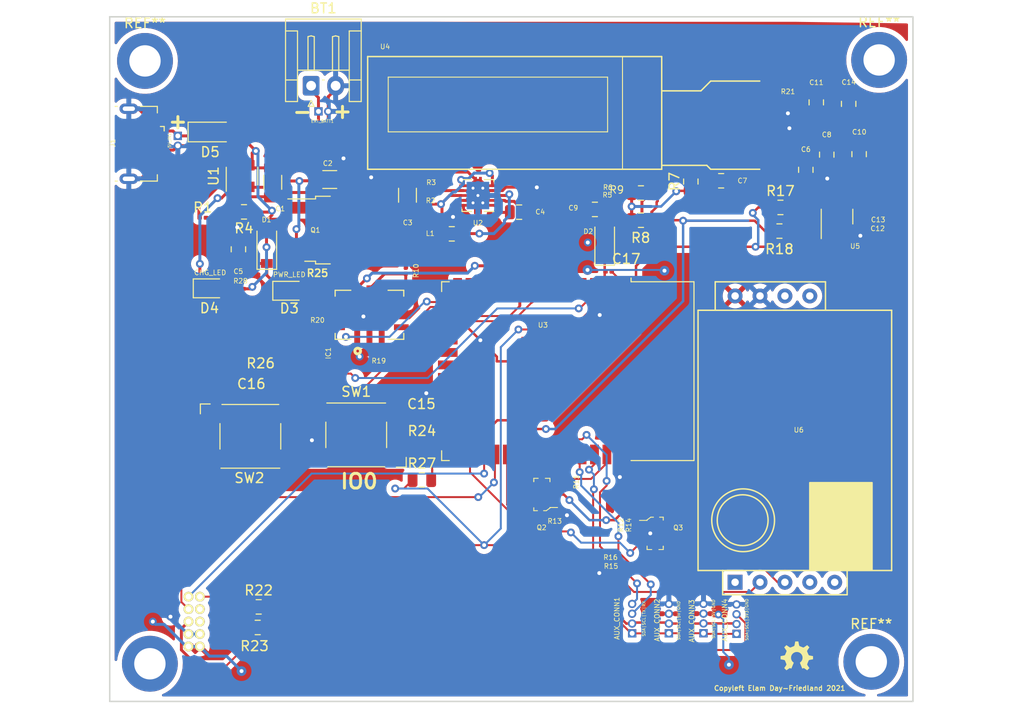
<source format=kicad_pcb>
(kicad_pcb (version 20210126) (generator pcbnew)
  (layers (0 "F.Cu" signal) (31 "B.Cu" signal) (34 "B.Paste" user) (35 "F.Paste" user) (36 "B.SilkS" user "B.Silkscreen") (37 "F.SilkS" user "F.Silkscreen") (38 "B.Mask" user) (39 "F.Mask" user) (44 "Edge.Cuts" user))
  (net 0 "")
  (net 1 "GND")
  (net 2 "Net-(C3-Pad1)")
  (net 3 "Net-(C4-Pad1)")
  (net 4 "Net-(C5-Pad1)")
  (net 5 "Net-(C6-Pad2)")
  (net 6 "Net-(C6-Pad1)")
  (net 7 "Net-(C7-Pad2)")
  (net 8 "Net-(C7-Pad1)")
  (net 9 "+3V3")
  (net 10 "Net-(C9-Pad2)")
  (net 11 "+5V")
  (net 12 "Net-(C11-Pad2)")
  (net 13 "Net-(C14-Pad2)")
  (net 14 "Net-(J1-Pad2)")
  (net 15 "Net-(L1-Pad2)")
  (net 16 "Net-(Q2-Pad3)")
  (net 17 "Net-(Q2-Pad2)")
  (net 18 "Net-(Q3-Pad3)")
  (net 19 "Net-(Q3-Pad2)")
  (net 20 "Net-(R1-Pad1)")
  (net 21 "Net-(R2-Pad2)")
  (net 22 "Net-(R7-Pad2)")
  (net 23 "SCL")
  (net 24 "SDA")
  (net 25 "Net-(IC1-PadK)")
  (net 26 "Net-(R16-Pad2)")
  (net 27 "Net-(IC1-PadE)")
  (net 28 "Net-(IC1-PadC)")
  (net 29 "Net-(R21-Pad2)")
  (net 30 "Net-(D4-Pad1)")
  (net 37 "EN")
  (net 49 "CO")
  (net 50 "NO2")
  (net 51 "NH3")
  (net 58 "IO0")
  (net 65 "Net-(5V_IN1-Pad1)")
  (net 66 "ESP_RX1")
  (net 67 "Net-(J2-Pad5)")
  (net 68 "ESP_RX0")
  (net 69 "ESP_TX0")
  (net 70 "Net-(J2-Pad10)")
  (net 71 "ESP_TX1")
  (net 72 "ESP_RX2")
  (net 73 "ESP_TX2")
  (net 74 "Net-(C15-Pad2)")
  (net 75 "Net-(C16-Pad2)")
  (net 76 "Net-(D3-Pad2)")
  (net 77 "Net-(C1-Pad1)")
  (net 78 "Net-(D4-Pad2)")
  (net 79 "Net-(BT1-Pad1)")
  (footprint "" (layer "F.Cu") (at 74.2 26.8)
    (fp_text reference "")
    (fp_text value "")
  )
  (footprint "Diode_SMD:D_SOD-123" (layer "F.Cu") (at 80.25 23.85)
    (fp_text reference "D5")
    (fp_text value "D_Schottky")
  )
  (footprint "Capacitor_SMD:C_0201_0603Metric" (layer "F.Cu") (at 83.35 39.85)
    (fp_text reference "R28")
    (fp_text value "470")
  )
  (footprint "Capacitor_SMD:C_0201_0603Metric" (layer "F.Cu") (at 85.4 48.5)
    (fp_text reference "R26")
    (fp_text value "470")
  )
  (footprint "mountingholes:MountingHole_3.2mm_M3_ISO7380_Pad" (layer "F.Cu") (at 148.5 16.5)
    (fp_text reference "REF**")
    (fp_text value "MountingHole_3.2mm_M3_ISO7380_Pad")
  )
  (footprint "Package_TO_SOT_SMD:SOT-23-5" (layer "F.Cu") (at 83.5 28.35 90)
    (fp_text reference "U1")
    (fp_text value "MCP73831-2-OT")
  )
  (footprint "Capacitor_SMD:C_0805_2012Metric" (layer "F.Cu") (at 119.5 31.75)
    (fp_text reference "C9")
    (fp_text value "22pF")
  )
  (footprint "Connector_PinHeader_1.00mm:PinHeader_1x02_P1.00mm_Vertical" (layer "F.Cu") (at 91.3 21.75 90)
    (fp_text reference "EXT_BATT1")
    (fp_text value "Conn_01x02_Female")
  )
  (footprint "Capacitor_SMD:C_1206_3216Metric" (layer "F.Cu") (at 100.3808 30.3052 90)
    (fp_text reference "C3")
    (fp_text value "4.7uF")
  )
  (footprint "Capacitor_SMD:C_0805_2012Metric" (layer "F.Cu") (at 124.2 32.85)
    (fp_text reference "R8")
    (fp_text value "10k")
  )
  (footprint "Connector_PinHeader_1.00mm:PinHeader_1x04_P1.00mm_Vertical" (layer "F.Cu") (at 127.05 75 180)
    (fp_text reference "AUX_CONN2")
    (fp_text value "Conn_01x04_Female")
  )
  (footprint "Package_TO_SOT_SMD:TO-252-2" (layer "F.Cu") (at 93.472 33.8582)
    (fp_text reference "Q1")
    (fp_text value "SUD08P06-155L")
  )
  (footprint "Capacitor_SMD:C_0201_0603Metric" (layer "F.Cu") (at 79.5 32.6)
    (fp_text reference "R1")
    (fp_text value "2k")
  )
  (footprint "Capacitor_SMD:C_0201_0603Metric" (layer "F.Cu") (at 116.7575 59.564 -90)
    (fp_text reference "R11")
    (fp_text value "1k")
  )
  (footprint "Capacitor_SMD:C_0805_2012Metric" (layer "F.Cu") (at 132.381 28.8273 180)
    (fp_text reference "C7")
    (fp_text value "1uF")
  )
  (footprint "Capacitor_SMD:C_0201_0603Metric" (layer "F.Cu") (at 119.65 68.1 180)
    (fp_text reference "R15")
    (fp_text value "2k")
  )
  (footprint "Capacitor_SMD:C_0805_2012Metric" (layer "F.Cu") (at 146.4564 26.1112 -90)
    (fp_text reference "C10")
    (fp_text value "1uF")
  )
  (footprint "Capacitor_SMD:C_0805_2012Metric" (layer "F.Cu") (at 143.1544 26.162 -90)
    (fp_text reference "C8")
    (fp_text value "1uF")
  )
  (footprint "Package_LGA:Bosch_LGA-8_3x3mm_P0.8mm_ClockwisePinNumbering" (layer "F.Cu") (at 144.2033 33.2299 180)
    (fp_text reference "U5")
    (fp_text value "BME680")
  )
  (footprint "Capacitor_SMD:C_0805_2012Metric" (layer "F.Cu") (at 85.2 72.3)
    (fp_text reference "R22")
    (fp_text value "10k")
  )
  (footprint "Capacitor_SMD:C_0805_2012Metric" (layer "F.Cu") (at 145.3896 20.9804 90)
    (fp_text reference "C14")
    (fp_text value "10uF")
  )
  (footprint "Capacitor_SMD:C_0805_2012Metric" (layer "F.Cu") (at 104.9002 34.2422)
    (fp_text reference "L1")
    (fp_text value "2.2uH")
  )
  (footprint "Package_SON:Texas_S-PVSON-N10_ThermalVias" (layer "F.Cu") (at 107.5672 30.3306 180)
    (fp_text reference "U2")
    (fp_text value "TPS61200DRC")
  )
  (footprint "Capacitor_SMD:C_0201_0603Metric" (layer "F.Cu") (at 146.8449 33.6363)
    (fp_text reference "C12")
    (fp_text value ".1uF")
  )
  (footprint "Capacitor_SMD:C_0201_0603Metric" (layer "F.Cu") (at 101.85 55.4)
    (fp_text reference "R24")
    (fp_text value "470")
  )
  (footprint "Capacitor_SMD:C_0805_2012Metric" (layer "F.Cu") (at 83.1324 35.817 90)
    (fp_text reference "C5")
    (fp_text value "22uF")
  )
  (footprint "Capacitor_SMD:C_0201_0603Metric" (layer "F.Cu") (at 101.9792 30.8894 90)
    (fp_text reference "R2")
    (fp_text value "2M")
  )
  (footprint "mics:Winsen_MH-Z19B" (layer "F.Cu") (at 147.775 69.7875 -90)
    (fp_text reference "U6")
    (fp_text value "MH-Z19B")
  )
  (footprint "Capacitor_SMD:C_0201_0603Metric" (layer "F.Cu") (at 84.45 50.6 180)
    (fp_text reference "C16")
    (fp_text value "1nF")
  )
  (footprint "Capacitor_SMD:C_0201_0603Metric" (layer "F.Cu") (at 91.15 43.815 180)
    (fp_text reference "R20")
    (fp_text value "130")
  )
  (footprint "Button_Switch_SMD:SW_SPST_Omron_B3FS-101xP" (layer "F.Cu") (at 84.35 54.9)
    (fp_text reference "SW2")
    (fp_text value "RESET")
  )
  (footprint "Connector_USB:USB_Micro-B_GCT_USB3076-30-A" (layer "F.Cu") (at 73.15 25.05 -90)
    (fp_text reference "J1")
    (fp_text value "USB_B_Micro")
  )
  (footprint "mics:PMS7003" (layer "F.Cu") (at 96.32 63.3 180)
    (fp_text reference "J2")
    (fp_text value "PMS7003")
  )
  (footprint "" (layer "F.Cu") (at 74.1 78.1)
    (fp_text reference "")
    (fp_text value "")
  )
  (footprint "Connector_PinHeader_1.00mm:PinHeader_1x02_P1.00mm_Vertical" (layer "F.Cu") (at 76.95 24.25)
    (fp_text reference "5V_IN1")
    (fp_text value "Conn_01x02_Female")
  )
  (footprint "Diode_SMD:D_SOD-123" (layer "F.Cu") (at 120.5 35.2 90)
    (fp_text reference "D2")
    (fp_text value "D")
  )
  (footprint "Capacitor_SMD:C_0201_0603Metric" (layer "F.Cu") (at 119.57 29.5)
    (fp_text reference "R6")
    (fp_text value "2k")
  )
  (footprint "Capacitor_SMD:C_0201_0603Metric" (layer "F.Cu") (at 115.4 64.6)
    (fp_text reference "R13")
    (fp_text value "1k")
  )
  (footprint "Connector_PinHeader_1.00mm:PinHeader_1x04_P1.00mm_Vertical" (layer "F.Cu") (at 123.3 75 180)
    (fp_text reference "AUX_CONN1")
    (fp_text value "Conn_01x04_Female")
  )
  (footprint "Capacitor_SMD:C_1206_3216Metric" (layer "F.Cu") (at 92.45 28.7)
    (fp_text reference "C2")
    (fp_text value "4.7uF")
  )
  (footprint "Capacitor_SMD:C_0201_0603Metric" (layer "F.Cu") (at 91 39.25)
    (fp_text reference "R25")
    (fp_text value "2k")
  )
  (footprint "mics:sot-23-3" (layer "F.Cu") (at 114.0905 60.834 180)
    (fp_text reference "Q2")
    (fp_text value "SS8050_NPN")
  )
  (footprint "Connector_JST:JST_EH_S2B-EH_1x02_P2.50mm_Horizontal" (layer "F.Cu") (at 90.55 19.1325)
    (fp_text reference "BT1")
    (fp_text value "Battery_Cell")
  )
  (footprint "Capacitor_SMD:C_0201_0603Metric" (layer "F.Cu") (at 123 62.5 90)
    (fp_text reference "R14")
    (fp_text value "1k")
  )
  (footprint "Capacitor_SMD:C_1206_3216Metric" (layer "F.Cu") (at 86.6376 28.9844 -90)
    (fp_text reference "C1")
    (fp_text value "4.7uF")
  )
  (footprint "LED_SMD:LED_0805_2012Metric" (layer "F.Cu") (at 88.325 40.05)
    (fp_text reference "D3")
    (fp_text value "PWR_LED")
  )
  (footprint "Capacitor_SMD:C_0201_0603Metric" (layer "F.Cu") (at 101.9792 28.995 90)
    (fp_text reference "R3")
    (fp_text value "180k")
  )
  (footprint "Diode_SMD:D_SOD-123" (layer "F.Cu") (at 86.028 35.6138 90)
    (fp_text reference "D1")
    (fp_text value "D_Schottky")
  )
  (footprint "Capacitor_SMD:C_0805_2012Metric" (layer "F.Cu") (at 85.1 74.4)
    (fp_text reference "R23")
    (fp_text value "10k")
  )
  (footprint "Capacitor_SMD:C_0805_2012Metric" (layer "F.Cu") (at 138.3284 33.9598)
    (fp_text reference "R18")
    (fp_text value "4.7k")
  )
  (footprint "Capacitor_SMD:C_0201_0603Metric" (layer "F.Cu") (at 139.192 20.8788 90)
    (fp_text reference "R21")
    (fp_text value "330k")
  )
  (footprint "Capacitor_SMD:C_0805_2012Metric" (layer "F.Cu") (at 129.286 28.9052 90)
    (fp_text reference "R7")
    (fp_text value "10k")
  )
  (footprint "Capacitor_SMD:C_0201_0603Metric" (layer "F.Cu") (at 120.9 38.1)
    (fp_text reference "C17")
    (fp_text value "10uF")
  )
  (footprint "Connector_PinHeader_1.00mm:PinHeader_1x04_P1.00mm_Vertical" (layer "F.Cu") (at 130.58 74.9875 180)
    (fp_text reference "AUX_CONN3")
    (fp_text value "Conn_01x04_Female")
  )
  (footprint "mics:SSD1306_OLED-0.91-128x32" (layer "F.Cu") (at 96.3168 16.1544)
    (fp_text reference "U4")
    (fp_text value "SSD1306")
  )
  (footprint "mountingholes:MountingHole_3.2mm_M3_ISO7380_Pad" (layer "F.Cu") (at 147.7 77.9)
    (fp_text reference "REF**")
    (fp_text value "MountingHole_3.2mm_M3_ISO7380_Pad")
  )
  (footprint "Capacitor_SMD:C_0805_2012Metric" (layer "F.Cu") (at 142.0876 20.828 90)
    (fp_text reference "C11")
    (fp_text value "10uF")
  )
  (footprint "Capacitor_SMD:C_0201_0603Metric" (layer "F.Cu") (at 101.9 52.85 180)
    (fp_text reference "C15")
    (fp_text value "1nF")
  )
  (footprint "Button_Switch_SMD:SW_SPST_Omron_B3FS-101xP" (layer "F.Cu") (at 95.15 54.75 180)
    (fp_text reference "SW1")
    (fp_text value "RESET")
  )
  (footprint "LED_SMD:LED_0805_2012Metric" (layer "F.Cu") (at 80.2125 39.8)
    (fp_text reference "D4")
    (fp_text value "PWR_LED")
  )
  (footprint "Capacitor_SMD:C_0805_2012Metric" (layer "F.Cu") (at 101.85 59.35)
    (fp_text reference "R27")
    (fp_text value "5.1k")
  )
  (footprint "Capacitor_SMD:C_0805_2012Metric" (layer "F.Cu") (at 111.7752 32.0294)
    (fp_text reference "C4")
    (fp_text value "1uF")
  )
  (footprint "Capacitor_SMD:C_0201_0603Metric" (layer "F.Cu") (at 119.57 30.25)
    (fp_text reference "R5")
    (fp_text value "1k")
  )
  (footprint "mountingholes:MountingHole_3.2mm_M3_ISO7380_Pad" (layer "F.Cu") (at 73.6 16.6)
    (fp_text reference "REF**")
    (fp_text value "MountingHole_3.2mm_M3_ISO7380_Pad")
  )
  (footprint "Capacitor_SMD:C_0805_2012Metric" (layer "F.Cu") (at 141.017 27.7097 90)
    (fp_text reference "C6")
    (fp_text value "1uF")
  )
  (footprint "mics:SENSOR_MICS-6814" (layer "F.Cu") (at 96.5 42.5 90)
    (fp_text reference "IC1")
    (fp_text value "MiCS-6814")
  )
  (footprint "mics:sot-23-3" (layer "F.Cu") (at 125.65 64.8)
    (fp_text reference "Q3")
    (fp_text value "SS8050_NPN")
  )
  (footprint "Capacitor_SMD:C_0201_0603Metric" (layer "F.Cu") (at 119.64 67.25)
    (fp_text reference "R16")
    (fp_text value "1k")
  )
  (footprint "Capacitor_SMD:C_0201_0603Metric" (layer "F.Cu") (at 100.203 38.009 -90)
    (fp_text reference "R10")
    (fp_text value "820")
  )
  (footprint "Capacitor_SMD:C_0201_0603Metric" (layer "F.Cu") (at 146.8957 32.7727 180)
    (fp_text reference "C13")
    (fp_text value ".1uF")
  )
  (footprint "Capacitor_SMD:C_0201_0603Metric" (layer "F.Cu") (at 122.15 62.5 90)
    (fp_text reference "R12")
    (fp_text value "1k")
  )
  (footprint "Capacitor_SMD:C_0805_2012Metric" (layer "F.Cu") (at 138.43 31.5468)
    (fp_text reference "R17")
    (fp_text value "4.7k")
  )
  (footprint "Capacitor_SMD:C_0805_2012Metric" (layer "F.Cu") (at 83.7 32 180)
    (fp_text reference "R4")
    (fp_text value "10k")
  )
  (footprint "RF_Module:ESP32-WROOM-32" (layer "F.Cu") (at 113.745 48.25 -90)
    (fp_text reference "U3")
    (fp_text value "ESP32-WROOM-32")
  )
  (footprint "Capacitor_SMD:C_0201_0603Metric" (layer "F.Cu") (at 97.3582 46.5074 180)
    (fp_text reference "R19")
    (fp_text value "27")
  )
  (footprint "Connector_PinHeader_1.00mm:PinHeader_1x04_P1.00mm_Vertical" (layer "F.Cu") (at 133.95 75.05 180)
    (fp_text reference "AUX_CONN4")
    (fp_text value "Conn_01x04_Female")
  )
  (footprint "Capacitor_SMD:C_0805_2012Metric" (layer "F.Cu") (at 124.2 30.075)
    (fp_text reference "R9")
    (fp_text value "10k")
  )
  (gr_poly (pts (xy 140.270745 75.87713) (xy 140.294028 76.003425) (xy 140.322195 76.152495) (xy 140.33157 76.198067) (xy 140.339184 76.229202) (xy 140.342653 76.240498) (xy 140.34607 76.249556) (xy 140.349563 76.256832) (xy 140.353262 76.262782) (xy 140.357296 76.267865) (xy 140.361793 76.272536) (xy 140.372698 76.282472) (xy 140.376336 76.285746) (xy 140.379809 76.288739) (xy 140.383267 76.291525) (xy 140.386858 76.29418) (xy 140.388751 76.29548) (xy 140.390733 76.296776) (xy 140.392823 76.298075) (xy 140.395041 76.299389) (xy 140.39993 76.302092) (xy 140.40555 76.304961) (xy 140.412051 76.30807) (xy 140.419582 76.311493) (xy 140.428292 76.315305) (xy 140.438331 76.31958) (xy 140.449848 76.324392) (xy 140.462992 76.329816) (xy 140.494759 76.342797) (xy 140.573561 76.374767) (xy 140.678556 76.417586) (xy 140.687807 76.421259) (xy 140.697137 76.424812) (xy 140.706294 76.428159) (xy 140.715024 76.431212) (xy 140.723077 76.433884) (xy 140.730199 76.43609) (xy 140.73614 76.437741) (xy 140.740645 76.438752) (xy 140.744869 76.439444) (xy 140.749433 76.439936) (xy 140.75428 76.440236) (xy 140.759353 76.440351) (xy 140.764596 76.440288) (xy 140.769952 76.440054) (xy 140.775363 76.439658) (xy 140.780773 76.439105) (xy 140.786126 76.438403) (xy 140.791364 76.43756) (xy 140.79643 76.436583) (xy 140.801268 76.435478) (xy 140.80582 76.434253) (xy 140.81003 76.432916) (xy 140.813842 76.431474) (xy 140.817198 76.429933) (xy 140.824649 76.425586) (xy 140.837322 76.417586) (xy 140.854584 76.406344) (xy 140.875803 76.392274) (xy 140.927579 76.357305) (xy 140.987589 76.315986) (xy 141.04324 76.277841) (xy 141.100478 76.238374) (xy 141.159039 76.198158) (xy 141.272987 76.312105) (xy 141.386934 76.426052) (xy 141.368236 76.452863) (xy 141.326609 76.513188) (xy 141.301429 76.549745) (xy 141.27334 76.5908) (xy 141.258837 76.612286) (xy 141.241192 76.638072) (xy 141.205606 76.689577) (xy 141.197848 76.700904) (xy 141.190304 76.712194) (xy 141.183158 76.723144) (xy 141.17659 76.733454) (xy 141.170783 76.742821) (xy 141.165919 76.750944) (xy 141.162179 76.757521) (xy 141.159745 76.762249) (xy 141.157844 76.766528) (xy 141.15611 76.771011) (xy 141.154545 76.775672) (xy 141.153152 76.780484) (xy 141.151933 76.785419) (xy 141.15089 76.790452) (xy 141.150024 76.795556) (xy 141.149338 76.800702) (xy 141.148834 76.805865) (xy 141.148514 76.811018) (xy 141.14838 76.816134) (xy 141.148434 76.821185) (xy 141.148678 76.826146) (xy 141.149115 76.830989) (xy 141.149745 76.835687) (xy 141.150573 76.840213) (xy 141.158124 76.861597) (xy 141.175069 76.903862) (xy 141.225097 77.022908) (xy 141.276581 77.141094) (xy 141.295344 77.182284) (xy 141.305442 77.202163) (xy 141.307945 77.205578) (xy 141.3108 77.209055) (xy 141.313969 77.212567) (xy 141.317415 77.216087) (xy 141.3211 77.219586) (xy 141.324988 77.223036) (xy 141.329042 77.22641) (xy 141.333223 77.22968) (xy 141.337496 77.232817) (xy 141.341822 77.235794) (xy 141.346165 77.238583) (xy 141.350488 77.241156) (xy 141.354752 77.243485) (xy 141.358921 77.245543) (xy 141.362958 77.2473) (xy 141.366826 77.24873) (xy 141.372083 77.250153) (xy 141.381174 77.252241) (xy 141.40885 77.258035) (xy 141.445853 77.265349) (xy 141.488181 77.273425) (xy 141.586826 77.291504) (xy 141.675153 77.307997) (xy 141.756292 77.323166) (xy 141.75735 77.484033) (xy 141.757615 77.573098) (xy 141.757474 77.601644) (xy 141.757086 77.621616) (xy 141.756399 77.634577) (xy 141.755366 77.642088) (xy 141.754703 77.644289) (xy 141.753936 77.645714) (xy 141.753056 77.646558) (xy 141.752059 77.647016) (xy 141.73819 77.649844) (xy 141.705139 77.656144) (xy 141.60107 77.675591) (xy 141.420448 77.709105) (xy 141.412793 77.71055) (xy 141.405047 77.712197) (xy 141.397417 77.713985) (xy 141.390109 77.715852) (xy 141.38333 77.717735) (xy 141.377288 77.719573) (xy 141.372187 77.721303) (xy 141.368236 77.722863) (xy 141.364245 77.724792) (xy 141.360103 77.727113) (xy 141.35585 77.72979) (xy 141.351524 77.732785) (xy 141.347165 77.736062) (xy 141.342812 77.739582) (xy 141.338504 77.743309) (xy 141.334282 77.747205) (xy 141.330183 77.751234) (xy 141.326248 77.755357) (xy 141.322515 77.759539) (xy 141.319024 77.763741) (xy 141.315814 77.767927) (xy 141.312925 77.772059) (xy 141.310395 77.7761) (xy 141.308264 77.780013) (xy 141.305192 77.786698) (xy 141.299627 77.799626) (xy 141.282291 77.841132) (xy 141.258804 77.898381) (xy 141.231711 77.965222) (xy 141.163626 78.134202) (xy 141.163626 78.173008) (xy 141.163735 78.188016) (xy 141.163958 78.194391) (xy 141.16437 78.200205) (xy 141.165027 78.205601) (xy 141.165988 78.210723) (xy 141.1666 78.213227) (xy 141.16731 78.215715) (xy 141.168124 78.218208) (xy 141.16905 78.220721) (xy 141.171265 78.225884) (xy 141.174013 78.231347) (xy 141.177351 78.237255) (xy 141.181336 78.243751) (xy 141.186027 78.250978) (xy 141.191479 78.259081) (xy 141.204901 78.278488) (xy 141.231006 78.316632) (xy 141.245779 78.338267) (xy 141.259228 78.358216) (xy 141.287318 78.399271) (xy 141.312498 78.435827) (xy 141.361534 78.506736) (xy 141.387287 78.54413) (xy 141.27334 78.657724) (xy 141.159392 78.771672) (xy 141.01687 78.6736) (xy 140.959703 78.634568) (xy 140.909317 78.600795) (xy 140.871167 78.575819) (xy 140.858386 78.567736) (xy 140.850711 78.56318) (xy 140.843252 78.559524) (xy 140.839985 78.55801) (xy 140.836942 78.556687) (xy 140.834061 78.555541) (xy 140.831277 78.55456) (xy 140.828529 78.55373) (xy 140.825753 78.553038) (xy 140.822885 78.552469) (xy 140.819864 78.552011) (xy 140.816626 78.55165) (xy 140.813108 78.551373) (xy 140.809246 78.551166) (xy 140.804979 78.551016) (xy 140.794973 78.550833) (xy 140.76287 78.550833) (xy 140.71207 78.576938) (xy 140.692105 78.586992) (xy 140.675646 78.59493) (xy 140.669247 78.597857) (xy 140.664346 78.599957) (xy 140.661147 78.601131) (xy 140.660251 78.60134) (xy 140.659859 78.60128) (xy 140.65894 78.599433) (xy 140.656805 78.594638) (xy 140.649452 78.577512) (xy 140.638924 78.552514) (xy 140.626345 78.522258) (xy 140.429407 78.043627) (xy 140.415829 78.008491) (xy 140.410544 77.992132) (xy 140.410568 77.987035) (xy 140.412915 77.985683) (xy 140.414521 77.984421) (xy 140.416635 77.9828) (xy 140.422043 77.978759) (xy 140.425162 77.976481) (xy 140.428442 77.974124) (xy 140.431797 77.971758) (xy 140.435139 77.969455) (xy 140.456494 77.953834) (xy 140.477139 77.93717) (xy 140.497036 77.919523) (xy 140.516146 77.90095) (xy 140.534429 77.881509) (xy 140.551845 77.861257) (xy 140.568357 77.840253) (xy 140.583923 77.818554) (xy 140.598506 77.796219) (xy 140.612066 77.773305) (xy 140.624563 77.74987) (xy 140.635958 77.725972) (xy 140.646212 77.701669) (xy 140.655287 77.677019) (xy 140.663141 77.652079) (xy 140.669737 77.626908) (xy 140.67441 77.605976) (xy 140.678154 77.586454) (xy 140.681029 77.567767) (xy 140.68216 77.558557) (xy 140.683098 77.549341) (xy 140.684423 77.5306) (xy 140.685066 77.510971) (xy 140.685089 77.489878) (xy 140.684553 77.466747) (xy 140.6832 77.438429) (xy 140.682188 77.424977) (xy 140.680937 77.411923) (xy 140.679439 77.399212) (xy 140.677682 77.386789) (xy 140.675657 77.3746) (xy 140.673353 77.362589) (xy 140.670759 77.350703) (xy 140.667865 77.338885) (xy 140.664662 77.327083) (xy 140.661138 77.31524) (xy 140.657283 77.303302) (xy 140.653087 77.291214) (xy 140.643631 77.266369) (xy 140.630928 77.237219) (xy 140.616549 77.208818) (xy 140.600574 77.181238) (xy 140.58308 77.154549) (xy 140.564145 77.128824) (xy 140.543848 77.104134) (xy 140.522266 77.080549) (xy 140.499477 77.058142) (xy 140.47556 77.036983) (xy 140.450592 77.017144) (xy 140.424652 76.998696) (xy 140.397817 76.98171) (xy 140.370165 76.966259) (xy 140.341775 76.952412) (xy 140.312725 76.940242) (xy 140.283092 76.929819) (xy 140.258383 76.922301) (xy 140.24713 76.919124) (xy 140.236426 76.916309) (xy 140.226132 76.913834) (xy 140.216107 76.91168) (xy 140.206213 76.909828) (xy 140.196309 76.908255) (xy 140.186256 76.906944) (xy 140.175915 76.905872) (xy 140.165147 76.905021) (xy 140.15381 76.904369) (xy 140.128877 76.903586) (xy 140.100001 76.903361) (xy 140.070451 76.903618) (xy 140.044846 76.904496) (xy 140.033184 76.905217) (xy 140.022101 76.906151) (xy 140.011464 76.907319) (xy 140.001135 76.90874) (xy 139.990979 76.910435) (xy 139.980862 76.912421) (xy 139.970648 76.91472) (xy 139.960201 76.91735) (xy 139.938069 76.923685) (xy 139.913381 76.931583) (xy 139.879147 76.944207) (xy 139.845952 76.958872) (xy 139.813873 76.975495) (xy 139.782991 76.993991) (xy 139.753385 77.014278) (xy 139.725132 77.036271) (xy 139.698313 77.059887) (xy 139.673007 77.085041) (xy 139.649293 77.111651) (xy 139.627249 77.139632) (xy 139.606955 77.168901) (xy 139.588489 77.199374) (xy 139.571932 77.230968) (xy 139.557362 77.263598) (xy 139.544857 77.297181) (xy 139.534498 77.331633) (xy 139.529051 77.35301) (xy 139.524791 77.37142) (xy 139.523063 77.379906) (xy 139.521581 77.388126) (xy 139.520327 77.396235) (xy 139.519284 77.404393) (xy 139.518436 77.412758) (xy 139.517765 77.421488) (xy 139.517254 77.430741) (xy 139.516886 77.440674) (xy 139.516512 77.463218) (xy 139.516506 77.490383) (xy 139.516565 77.512568) (xy 139.516782 77.530941) (xy 139.517213 77.546255) (xy 139.517917 77.559263) (xy 139.518952 77.570716) (xy 139.520376 77.581366) (xy 139.522246 77.591968) (xy 139.52462 77.603272) (xy 139.531389 77.631748) (xy 139.539383 77.659616) (xy 139.548586 77.686853) (xy 139.558983 77.713438) (xy 139.570558 77.739349) (xy 139.583295 77.764564) (xy 139.59718 77.789062) (xy 139.612197 77.812822) (xy 139.62833 77.83582) (xy 139.645564 77.858037) (xy 139.663882 77.879449) (xy 139.683271 77.900035) (xy 139.703714 77.919774) (xy 139.725195 77.938643) (xy 139.747699 77.956622) (xy 139.771212 77.973688) (xy 139.775595 77.976718) (xy 139.779689 77.979669) (xy 139.783403 77.982463) (xy 139.786646 77.985021) (xy 139.789326 77.987265) (xy 139.791353 77.989117) (xy 139.792093 77.989871) (xy 139.792636 77.990497) (xy 139.79297 77.990986) (xy 139.793084 77.991327) (xy 139.793023 77.991672) (xy 139.792843 77.992298) (xy 139.792152 77.994331) (xy 139.791056 77.997299) (xy 139.7896 78.001073) (xy 139.78783 78.005524) (xy 139.785791 78.010526) (xy 139.783529 78.015949) (xy 139.78109 78.021666) (xy 139.7741 78.037988) (xy 139.764068 78.062015) (xy 139.740167 78.120091) (xy 139.715826 78.179181) (xy 139.697834 78.222397) (xy 139.679842 78.26548) (xy 139.655501 78.324702) (xy 139.631159 78.383792) (xy 139.613167 78.427008) (xy 139.595176 78.470091) (xy 139.570834 78.529313) (xy 139.559495 78.55683) (xy 139.549976 78.579584) (xy 139.543301 78.595195) (xy 139.540495 78.60128) (xy 139.540331 78.601343) (xy 139.54004 78.601336) (xy 139.53909 78.601117) (xy 139.53767 78.600636) (xy 139.535804 78.599907) (xy 139.53084 78.597764) (xy 139.5244 78.594798) (xy 139.516686 78.59112) (xy 139.507902 78.586844) (xy 139.487931 78.576938) (xy 139.437131 78.550833) (xy 139.406087 78.550833) (xy 139.390784 78.550833) (xy 139.387488 78.550922) (xy 139.384294 78.551108) (xy 139.381146 78.551422) (xy 139.377991 78.551897) (xy 139.374774 78.552561) (xy 139.371439 78.553448) (xy 139.367932 78.554587) (xy 139.364198 78.556011) (xy 139.360182 78.557749) (xy 139.355829 78.559833) (xy 139.351085 78.562295) (xy 139.345894 78.565164) (xy 139.340202 78.568473) (xy 139.333954 78.572252) (xy 139.31957 78.581346) (xy 139.302304 78.592694) (xy 139.281716 78.606544) (xy 139.257368 78.623146) (xy 139.228822 78.642747) (xy 139.157378 78.691944) (xy 139.119896 78.717653) (xy 139.099335 78.731681) (xy 139.080826 78.744155) (xy 139.040962 78.771672) (xy 138.927015 78.658077) (xy 138.813067 78.54413) (xy 138.842701 78.501444) (xy 138.961532 78.327976) (xy 138.996775 78.275039) (xy 139.019442 78.238448) (xy 139.026889 78.224833) (xy 139.032188 78.213565) (xy 139.035669 78.204064) (xy 139.037665 78.195751) (xy 139.038508 78.188045) (xy 139.03853 78.180368) (xy 139.037434 78.162777) (xy 139.037072 78.157853) (xy 139.036589 78.153102) (xy 139.035898 78.148274) (xy 139.034909 78.143121) (xy 139.033537 78.137393) (xy 139.031692 78.130841) (xy 139.029287 78.123217) (xy 139.026233 78.11427) (xy 139.022444 78.103753) (xy 139.017831 78.091415) (xy 139.012307 78.077009) (xy 139.005783 78.060284) (xy 138.989386 78.018884) (xy 138.967937 77.965222) (xy 138.917534 77.841132) (xy 138.900319 77.799626) (xy 138.891737 77.780013) (xy 138.889606 77.7761) (xy 138.887075 77.772059) (xy 138.884184 77.767927) (xy 138.880971 77.763741) (xy 138.877475 77.759539) (xy 138.873735 77.755357) (xy 138.869788 77.751234) (xy 138.865675 77.747205) (xy 138.861434 77.743309) (xy 138.857103 77.739582) (xy 138.852722 77.736062) (xy 138.848329 77.732785) (xy 138.843962 77.72979) (xy 138.839661 77.727113) (xy 138.835465 77.724792) (xy 138.831412 77.722863) (xy 138.828845 77.721923) (xy 138.824636 77.720701) (xy 138.811601 77.717472) (xy 138.792927 77.713301) (xy 138.769235 77.708311) (xy 138.709273 77.696372) (xy 138.636678 77.682647) (xy 138.449706 77.647369) (xy 138.441945 77.645605) (xy 138.442651 77.484386) (xy 138.443709 77.323166) (xy 138.628917 77.288947) (xy 138.702284 77.275017) (xy 138.765001 77.262709) (xy 138.810388 77.253377) (xy 138.831764 77.248377) (xy 138.835822 77.246947) (xy 138.840033 77.24519) (xy 138.844361 77.243133) (xy 138.848769 77.240804) (xy 138.853221 77.238231) (xy 138.857679 77.235442) (xy 138.862107 77.232465) (xy 138.866469 77.229327) (xy 138.870727 77.226058) (xy 138.874845 77.222684) (xy 138.878787 77.219233) (xy 138.882515 77.215734) (xy 138.885993 77.212215) (xy 138.889184 77.208702) (xy 138.892052 77.205225) (xy 138.894559 77.201811) (xy 138.904657 77.181948) (xy 138.923415 77.140802) (xy 138.97486 77.022776) (xy 139.024784 76.903956) (xy 139.04164 76.861818) (xy 139.049076 76.840566) (xy 139.049965 76.835978) (xy 139.050651 76.831225) (xy 139.051136 76.826335) (xy 139.051424 76.821334) (xy 139.051517 76.816249) (xy 139.05142 76.811104) (xy 139.051134 76.805928) (xy 139.050663 76.800746) (xy 139.05001 76.795585) (xy 139.049179 76.790471) (xy 139.048172 76.78543) (xy 139.046992 76.780489) (xy 139.045643 76.775674) (xy 139.044127 76.771012) (xy 139.042448 76.766528) (xy 139.040609 76.762249) (xy 139.039477 76.760009) (xy 139.037823 76.757024) (xy 139.033074 76.74902) (xy 139.026613 76.738635) (xy 139.018693 76.726266) (xy 139.009565 76.712309) (xy 138.999483 76.697162) (xy 138.988698 76.681221) (xy 138.977462 76.664883) (xy 138.843362 76.469268) (xy 138.821143 76.435787) (xy 138.817001 76.428848) (xy 138.81589 76.426052) (xy 138.816471 76.425202) (xy 138.818178 76.423222) (xy 138.824742 76.416114) (xy 138.835126 76.40521) (xy 138.848874 76.390995) (xy 138.865533 76.373952) (xy 138.884648 76.354565) (xy 138.905764 76.333318) (xy 138.928426 76.310694) (xy 139.040962 76.198158) (xy 139.097053 76.236611) (xy 139.217351 76.319161) (xy 139.326006 76.393597) (xy 139.342452 76.404886) (xy 139.356433 76.414058) (xy 139.362671 76.417933) (xy 139.368497 76.421378) (xy 139.373979 76.424426) (xy 139.379187 76.427111) (xy 139.384189 76.429464) (xy 139.389051 76.43152) (xy 139.393844 76.433312) (xy 139.398634 76.434872) (xy 139.403491 76.436233) (xy 139.408482 76.437429) (xy 139.413675 76.438493) (xy 139.419139 76.439458) (xy 139.425469 76.440412) (xy 139.431444 76.441085) (xy 139.4344 76.441284) (xy 139.437388 76.441372) (xy 139.440449 76.441338) (xy 139.443625 76.441167) (xy 139.446954 76.440846) (xy 139.450477 76.440361) (xy 139.454235 76.439701) (xy 139.458269 76.43885) (xy 139.462618 76.437797) (xy 139.467324 76.436527) (xy 139.472426 76.435027) (xy 139.477965 76.433284) (xy 139.483982 76.431285) (xy 139.490517 76.429017) (xy 139.505301 76.423617) (xy 139.522643 76.41698) (xy 139.542865 76.408998) (xy 139.566291 76.399565) (xy 139.593245 76.388574) (xy 139.659028 76.361494) (xy 139.736639 76.329744) (xy 139.758141 76.320959) (xy 139.775037 76.313902) (xy 139.788146 76.308152) (xy 139.798287 76.303286) (xy 139.802501 76.301053) (xy 139.806279 76.298883) (xy 139.809724 76.296723) (xy 139.812939 76.294521) (xy 139.819086 76.289779) (xy 139.825539 76.284236) (xy 139.830885 76.279339) (xy 139.835713 76.274616) (xy 139.837949 76.272277) (xy 139.840074 76.269931) (xy 139.842096 76.267562) (xy 139.844022 76.265153) (xy 139.845857 76.262686) (xy 139.847607 76.260147) (xy 139.849281 76.257517) (xy 139.850884 76.25478) (xy 139.852422 76.25192) (xy 139.853902 76.248919) (xy 139.855332 76.245762) (xy 139.856716 76.242431) (xy 139.858062 76.238911) (xy 139.859377 76.235183) (xy 139.860666 76.231232) (xy 139.861937 76.22704) (xy 139.864448 76.21787) (xy 139.866963 76.20754) (xy 139.869534 76.195915) (xy 139.872213 76.182863) (xy 139.875052 76.16825) (xy 139.878103 76.151944) (xy 139.902092 76.022827) (xy 139.92714 75.887714) (xy 139.938781 75.825272) (xy 140.100001 75.825272) (xy 140.260867 75.825272) (xy 140.270745 75.87713)) (layer "F.SilkS") (width 0.000352) (fill solid))
  (gr_rect (start 151.95 12.1) (end 70 81.9458) (layer "Edge.Cuts") (width 0.15) (fill none))
  (gr_text "SDA|SCL|3V3|GND\n" (at 135 73.6 90) (layer "F.SilkS") (effects (font (size 0.3 0.3) (thickness 0.05))))
  (gr_text "SDA|SCL|5V|GND\n" (at 131.6 73.5375 90) (layer "F.SilkS") (effects (font (size 0.3 0.3) (thickness 0.05))))
  (gr_text "CHG_LED" (at 80.25 38.2) (layer "F.SilkS") (effects (font (size 0.5 0.5) (thickness 0.075))))
  (gr_text "SDA|SCL|5V|GND\n" (at 128.05 73.7 90) (layer "F.SilkS") (effects (font (size 0.3 0.3) (thickness 0.05))))
  (gr_text "-" (at 89.65 21.75) (layer "F.SilkS") (effects (font (size 1.5 1.5) (thickness 0.3))))
  (gr_text "+\n" (at 76.85 22.85 90) (layer "F.SilkS") (effects (font (size 1.5 1.5) (thickness 0.3))))
  (gr_text "Copyleft Elam Day-Friedland 2021\n" (at 138.35 80.6) (layer "F.SilkS") (effects (font (size 0.5 0.5) (thickness 0.1))))
  (gr_text "SDA|SCL|TX|RX\n" (at 124.5 73.5 90) (layer "F.SilkS") (effects (font (size 0.3 0.3) (thickness 0.05))))
  (gr_text "IO0\n" (at 95.45 59.5) (layer "F.SilkS") (effects (font (size 1.5 1.5) (thickness 0.3))))
  (gr_text "PWR_LED" (at 88.325 38.4) (layer "F.SilkS") (effects (font (size 0.5 0.5) (thickness 0.075))))
  (gr_text "+\n" (at 93.75 21.7) (layer "F.SilkS") (effects (font (size 1.5 1.5) (thickness 0.3))))
  (segment (start 119.97 68.1) (end 119.97 68.83) (width 0.2) (layer "F.Cu") (net 1))
  (segment (start 74.6 26.35) (end 74.6 26.95) (width 0.3) (layer "F.Cu") (net 1))
  (segment (start 87.0742 30.0228) (end 92.3574 30.0228) (width 0.3) (layer "F.Cu") (net 1))
  (segment (start 71.95 23.925) (end 71.95 26.175) (width 0.3) (layer "F.Cu") (net 1))
  (segment (start 93.9038 28.4764) (end 93.9038 26.6028) (width 0.3) (layer "F.Cu") (net 1))
  (segment (start 76.2 73.3) (end 76.4 73.1) (width 0.2) (layer "F.Cu") (net 1))
  (segment (start 86.6376 30.4594) (end 83.98258 30.4594) (width 0.3) (layer "F.Cu") (net 1))
  (segment (start 74.6 26.95) (end 74.18 27.37) (width 0.3) (layer "F.Cu") (net 1))
  (segment (start 107.0672 29.5806) (end 107.0672 29.0306) (width 0.3) (layer "F.Cu") (net 1))
  (segment (start 102.22 50.58) (end 102.3 50.5) (width 0.2) (layer "F.Cu") (net 1))
  (segment (start 147.1649 33.8552) (end 146.5838 34.4363) (width 0.25) (layer "F.Cu") (net 1))
  (segment (start 105.8072 30.8306) (end 105.44218 30.8306) (width 0.3) (layer "F.Cu") (net 1))
  (segment (start 82.75 32) (end 82.15 32.6) (width 0.3) (layer "F.Cu") (net 1))
  (segment (start 106.5566 27.94) (end 102.7142 27.94) (width 0.3) (layer "F.Cu") (net 1))
  (segment (start 124.6 63.85) (end 124.6 64.25) (width 0.2) (layer "F.Cu") (net 1))
  (segment (start 119.97 68.83) (end 119.95 68.85) (width 0.2) (layer "F.Cu") (net 1))
  (segment (start 92.3574 30.0228) (end 93.9038 28.4764) (width 0.3) (layer "F.Cu") (net 1))
  (segment (start 108.0172 29.6956) (end 108.0172 28.9806) (width 0.3) (layer "F.Cu") (net 1))
  (segment (start 107.8172 28.7806) (end 107.3172 28.7806) (width 0.3) (layer "F.Cu") (net 1))
  (segment (start 146.5838 34.4174) (end 147.1649 33.8363) (width 0.25) (layer "F.Cu") (net 1))
  (segment (start 94.443 41.23) (end 95.885 42.672) (width 0.25) (layer "F.Cu") (net 1))
  (segment (start 74.7 25.6) (end 74.6 25.7) (width 0.3) (layer "F.Cu") (net 1))
  (segment (start 119.92901 42.58601) (end 118.51502 44) (width 0.25) (layer "F.Cu") (net 1))
  (segment (start 83.98258 30.4594) (end 83.5896 30.06642) (width 0.3) (layer "F.Cu") (net 1))
  (segment (start 124.6 64.25) (end 125.15 64.8) (width 0.2) (layer "F.Cu") (net 1))
  (segment (start 79.82 32.6) (end 80.975 32.6) (width 0.3) (layer "F.Cu") (net 1))
  (segment (start 76.95 25.25) (end 76.5 25.7) (width 0.3) (layer "F.Cu") (net 1))
  (segment (start 83.0156 34.7502) (end 83.0156 32.2134) (width 0.3) (layer "F.Cu") (net 1))
  (segment (start 106.8172 30.8306) (end 107.0672 31.0806) (width 0.3) (layer "F.Cu") (net 1))
  (segment (start 143.1544 28.5496) (end 143.2052 28.6004) (width 0.25) (layer "F.Cu") (net 1))
  (segment (start 144.7444 27.0612) (end 143.2052 28.6004) (width 0.25) (layer "F.Cu") (net 1))
  (segment (start 73.175 28.625) (end 71.95 28.625) (width 0.3) (layer "F.Cu") (net 1))
  (segment (start 90.627977 56.477977) (end 91.15 57) (width 0.2) (layer "F.Cu") (net 1))
  (segment (start 88.35 53.022023) (end 90.627977 55.3) (width 0.2) (layer "F.Cu") (net 1))
  (segment (start 105.44218 30.8306) (end 105.02518 31.2476) (width 0.3) (layer "F.Cu") (net 1))
  (segment (start 117.75 44) (end 114.5 47.25) (width 0.25) (layer "F.Cu") (net 1))
  (segment (start 109.0422 29.8306) (end 110.067583 29.8306) (width 0.3) (layer "F.Cu") (net 1))
  (segment (start 106.0922 30.8306) (end 106.8172 30.8306) (width 0.3) (layer "F.Cu") (net 1))
  (segment (start 122 38.88) (end 121.22 38.1) (width 0.2) (layer "F.Cu") (net 1))
  (segment (start 107.3172 28.7006) (end 106.5566 27.94) (width 0.3) (layer "F.Cu") (net 1))
  (segment (start 147.2157 32.7727) (end 147.2157 33.5855) (width 0.2) (layer "F.Cu") (net 1))
  (segment (start 142.0876 21.778) (end 139.3596 21.778) (width 0.25) (layer "F.Cu") (net 1))
  (segment (start 107.3172 31.9606) (end 107.8172 31.9606) (width 0.3) (layer "F.Cu") (net 1))
  (segment (start 122 59.008) (end 122.047 59.055) (width 0.25) (layer "F.Cu") (net 1))
  (segment (start 143.1544 27.112) (end 143.1544 28.5496) (width 0.25) (layer "F.Cu") (net 1))
  (segment (start 74.18 27.37) (end 74.18 27.62) (width 0.3) (layer "F.Cu") (net 1))
  (segment (start 102.22 52.85) (end 102.22 50.58) (width 0.2) (layer "F.Cu") (net 1))
  (segment (start 108.0172 28.9806) (end 107.8172 28.7806) (width 0.3) (layer "F.Cu") (net 1))
  (segment (start 124.6 63.85) (end 124.15 63.85) (width 0.2) (layer "F.Cu") (net 1))
  (segment (start 145.4033 34.4174) (end 146.5838 34.4174) (width 0.25) (layer "F.Cu") (net 1))
  (segment (start 90.627977 55.3) (end 90.627977 56.477977) (width 0.2) (layer "F.Cu") (net 1))
  (segment (start 74.6 25.7) (end 74.6 26.35) (width 0.3) (layer "F.Cu") (net 1))
  (segment (start 109.0422 29.8306) (end 108.3172 29.8306) (width 0.3) (layer "F.Cu") (net 1))
  (segment (start 83.5896 25.9104) (end 82.9292 25.25) (width 0.3) (layer "F.Cu") (net 1))
  (segment (start 71.95 21.475) (end 72.925 21.475) (width 0.3) (layer "F.Cu") (net 1))
  (segment (start 139.3596 21.778) (end 139.192 21.9456) (width 0.25) (layer "F.Cu") (net 1))
  (segment (start 108.3172 29.8306) (end 108.0672 29.5806) (width 0.3) (layer "F.Cu") (net 1))
  (segment (start 93.9038 28.4764) (end 99.695 28.4764) (width 0.3) (layer "F.Cu") (net 1))
  (segment (start 115.484 61.784) (end 116.65 62.95) (width 0.2) (layer "F.Cu") (net 1))
  (segment (start 115.1405 61.784) (end 115.484 61.784) (width 0.2) (layer "F.Cu") (net 1))
  (segment (start 83.0156 32.2134) (end 83.5896 31.6394) (width 0.3) (layer "F.Cu") (net 1))
  (segment (start 144.6033 32.0424) (end 144.6033 31.7799) (width 0.25) (layer "F.Cu") (net 1))
  (segment (start 71.95 26.175) (end 71.95 28.625) (width 0.3) (layer "F.Cu") (net 1))
  (segment (start 107.3172 31.9606) (end 107.3172 31.3306) (width 0.3) (layer "F.Cu") (net 1))
  (segment (start 82.15 32.6) (end 80.975 32.6) (width 0.3) (layer "F.Cu") (net 1))
  (segment (start 105.02518 31.2476) (end 105.02518 32.51582) (width 0.3) (layer "F.Cu") (net 1))
  (segment (start 107.0672 29.0306) (end 107.3172 28.7806) (width 0.3) (layer "F.Cu") (net 1))
  (segment (start 113.32 29.5) (end 111.5118 29.5) (width 0.3) (layer "F.Cu") (net 1))
  (segment (start 136.3168 23.4344) (end 139.3092 23.4344) (width 0.25) (layer "F.Cu") (net 1))
  (segment (start 111.5118 29.5) (end 111.490389 29.478589) (width 0.3) (layer "F.Cu") (net 1))
  (segment (start 93.853 26.543) (end 93.853 25.253) (width 0.3) (layer "F.Cu") (net 1))
  (segment (start 139.192 21.1988) (end 139.192 21.9456) (width 0.25) (layer "F.Cu") (net 1))
  (segment (start 97.75 40.807) (end 95.885 42.672) (width 0.25) (layer "F.Cu") (net 1))
  (segment (start 118.51502 44) (end 117.75 44) (width 0.25) (layer "F.Cu") (net 1))
  (segment (start 90.627977 55.3) (end 103.392977 42.535) (width 0.2) (layer "F.Cu") (net 1))
  (segment (start 92.3 23.7) (end 92.3 20.25) (width 0.3) (layer "F.Cu") (net 1))
  (segment (start 139.3092 23.4344) (end 139.3444 23.4696) (width 0.25) (layer "F.Cu") (net 1))
  (segment (start 88.35 52.65) (end 86.82 52.65) (width 0.2) (layer "F.Cu") (net 1))
  (segment (start 76.5 25.7) (end 74.6 25.7) (width 0.3) (layer "F.Cu") (net 1))
  (segment (start 72.925 21.475) (end 74.18 22.73) (width 0.3) (layer "F.Cu") (net 1))
  (segment (start 71.95 23.925) (end 71.95 21.475) (width 0.3) (layer "F.Cu") (net 1))
  (segment (start 122 56.75) (end 122 59.008) (width 0.25) (layer "F.Cu") (net 1))
  (segment (start 143.0033 31.7375) (end 143.6953 31.0455) (width 0.25) (layer "F.Cu") (net 1))
  (segment (start 110.067583 29.8306) (end 110.419594 29.478589) (width 0.3) (layer "F.Cu") (net 1))
  (segment (start 119.92901 42.58601) (end 122 40.51502) (width 0.25) (layer "F.Cu") (net 1))
  (segment (start 109.5 47.25) (end 114.5 47.25) (width 0.25) (layer "F.Cu") (net 1))
  (segment (start 110.419594 29.478589) (end 111.490389 29.478589) (width 0.3) (layer "F.Cu") (net 1))
  (segment (start 95.885 42.672) (end 96.5 43.287) (width 0.25) (layer "F.Cu") (net 1))
  (segment (start 146.4564 27.0612) (end 144.7444 27.0612) (width 0.25) (layer "F.Cu") (net 1))
  (segment (start 93.25 41.23) (end 94.443 41.23) (width 0.25) (layer "F.Cu") (net 1))
  (segment (start 122 39.75) (end 122 38.88) (width 0.2) (layer "F.Cu") (net 1))
  (segment (start 88.35 52.65) (end 88.35 53.022023) (width 0.2) (layer "F.Cu") (net 1))
  (segment (start 96.5 43.287) (end 96.5 44.75) (width 0.25) (layer "F.Cu") (net 1))
  (segment (start 113.32 29.5) (end 119.25 29.5) (width 0.3) (layer "F.Cu") (net 1))
  (segment (start 74.18 27.62) (end 73.175 28.625) (width 0.3) (layer "F.Cu") (net 1))
  (segment (start 112.7252 32.0294) (end 112.7252 30.3488) (width 0.3) (layer "F.Cu") (net 1))
  (segment (start 109.5 46.77998) (end 109.5 47.25) (width 0.25) (layer "F.Cu") (net 1))
  (segment (start 105.25502 42.535) (end 109.5 46.77998) (width 0.25) (layer "F.Cu") (net 1))
  (segment (start 143.0033 31.7375) (end 143.0033 32.0424) (width 0.25) (layer "F.Cu") (net 1))
  (segment (start 143.2052 30.5554) (end 143.6953 31.0455) (width 0.25) (layer "F.Cu") (net 1))
  (segment (start 82.9292 25.25) (end 76.95 25.25) (width 0.3) (layer "F.Cu") (net 1))
  (segment (start 147.2157 33.5855) (end 147.1649 33.6363) (width 0.2) (layer "F.Cu") (net 1))
  (segment (start 102.7142 27.94) (end 101.9792 28.675) (width 0.3) (layer "F.Cu") (net 1))
  (segment (start 83.5896 31.6394) (end 83.5896 25.9104) (width 0.3) (layer "F.Cu") (net 1))
  (segment (start 100.204 28.675) (end 101.9792 28.675) (width 0.3) (layer "F.Cu") (net 1))
  (segment (start 92.3 20.25) (end 93 19.55) (width 0.3) (layer "F.Cu") (net 1))
  (segment (start 112.7252 30.3488) (end 113.574 29.5) (width 0.3) (layer "F.Cu") (net 1))
  (segment (start 145.3896 21.9304) (end 142.24 21.9304) (width 0.25) (layer "F.Cu") (net 1))
  (segment (start 86.82 52.65) (end 84.77 50.6) (width 0.2) (layer "F.Cu") (net 1))
  (segment (start 143.2052 28.6004) (end 143.2052 30.5554) (width 0.25) (layer "F.Cu") (net 1))
  (segment (start 103.392977 42.535) (end 104.49 42.535) (width 0.2) (layer "F.Cu") (net 1))
  (segment (start 143.8689 31.0455) (end 144.6033 31.7799) (width 0.25) (layer "F.Cu") (net 1))
  (segment (start 93.853 25.253) (end 92.3 23.7) (width 0.3) (layer "F.Cu") (net 1))
  (via (at 139.192 21.9456) (size 0.8) (drill 0.4) (layers "F.Cu" "B.Cu") (net 1))
  (via (at 83.0156 33.5704) (size 0.8) (drill 0.4) (layers "F.Cu" "B.Cu") (net 1))
  (via (at 113.574 29.5) (size 0.8) (drill 0.4) (layers "F.Cu" "B.Cu") (net 1))
  (via (at 107.81401 45.09399) (size 0.8) (drill 0.4) (layers "F.Cu" "B.Cu") (net 1))
  (via (at 125.15 64.8) (size 0.8) (drill 0.4) (layers "F.Cu" "B.Cu") (net 1))
  (via (at 76.2 73.3) (size 0.8) (drill 0.4) (layers "F.Cu" "B.Cu") (net 1))
  (via (at 102.3 50.5) (size 0.8) (drill 0.4) (layers "F.Cu" "B.Cu") (net 1))
  (via (at 122.047 59.055) (size 0.8) (drill 0.4) (layers "F.Cu" "B.Cu") (net 1))
  (via (at 93.853 26.543) (size 0.8) (drill 0.4) (layers "F.Cu" "B.Cu") (net 1))
  (via (at 146.5838 34.4363) (size 0.8) (drill 0.4) (layers "F.Cu" "B.Cu") (net 1))
  (via (at 116.65 62.95) (size 0.8) (drill 0.4) (layers "F.Cu" "B.Cu") (net 1))
  (via (at 95.885 42.672) (size 0.8) (drill 0.4) (layers "F.Cu" "B.Cu") (net 1))
  (via (at 96.6754 28.4764) (size 0.8) (drill 0.4) (layers "F.Cu" "B.Cu") (net 1))
  (via (at 119.95 68.85) (size 0.8) (drill 0.4) (layers "F.Cu" "B.Cu") (net 1))
  (via (at 90.627977 55.3) (size 0.8) (drill 0.4) (layers "F.Cu" "B.Cu") (net 1))
  (via (at 119.99251 42.52251) (size 0.8) (drill 0.4) (layers "F.Cu" "B.Cu") (net 1))
  (via (at 105.02518 32.51582) (size 0.8) (drill 0.4) (layers "F.Cu" "B.Cu") (net 1))
  (via (at 139.3444 23.4696) (size 0.8) (drill 0.4) (layers "F.Cu" "B.Cu") (net 1))
  (via (at 143.2052 28.6004) (size 0.8) (drill 0.4) (layers "F.Cu" "B.Cu") (net 1))
  (segment (start 139.192 21.9456) (end 139.192 23.3172) (width 0.25) (layer "B.Cu") (net 1))
  (segment (start 77.97 75.07) (end 79.2 75.07) (width 0.3) (layer "B.Cu") (net 1))
  (segment (start 107.70601 45.09399) (end 107.81401 45.09399) (width 0.2) (layer "B.Cu") (net 1))
  (segment (start 120.025 68.85) (end 119.95 68.85) (width 0.2) (layer "B.Cu") (net 1))
  (segment (start 139.192 23.3172) (end 139.3444 23.4696) (width 0.25) (layer "B.Cu") (net 1))
  (segment (start 76.2 73.3) (end 77.97 75.07) (width 0.3) (layer "B.Cu") (net 1))
  (segment (start 93.804189 26.503189) (end 93.9038 26.6028) (width 0.3) (layer "B.Cu") (net 1))
  (segment (start 105.8072 30.3306) (end 104.677817 30.3306) (width 0.3) (layer "F.Cu") (net 2))
  (segment (start 103.8994 33.6072) (end 103.8994 31.309783) (width 0.3) (layer "F.Cu") (net 2))
  (segment (start 106.0922 29.3306) (end 106.0922 28.969506) (width 0.3) (layer "F.Cu") (net 2))
  (segment (start 101.9792 31.2094) (end 101.4084 31.7802) (width 0.3) (layer "F.Cu") (net 2))
  (segment (start 101.4084 31.7802) (end 100.0488 31.7802) (width 0.3) (layer "F.Cu") (net 2))
  (segment (start 101.9792 31.2094) (end 103.799017 31.2094) (width 0.3) (layer "F.Cu") (net 2))
  (segment (start 104.677817 30.3306) (end 103.799017 31.2094) (width 0.3) (layer "F.Cu") (net 2))
  (segment (start 103.8994 31.309783) (end 103.799017 31.2094) (width 0.3) (layer "F.Cu") (net 2))
  (segment (start 109.0422 29.3306) (end 109.0422 28.3258) (width 0.3) (layer "F.Cu") (net 2))
  (segment (start 100.0488 31.7802) (end 98.2218 33.6072) (width 0.3) (layer "F.Cu") (net 2))
  (segment (start 109.0422 28.3258) (end 108.761 28.0446) (width 0.3) (layer "F.Cu") (net 2))
  (segment (start 106.0922 28.969506) (end 105.85198 28.729286) (width 0.3) (layer "F.Cu") (net 2))
  (via (at 103.799017 31.2094) (size 0.8) (drill 0.4) (layers "F.Cu" "B.Cu") (net 2))
  (via (at 105.85198 28.729286) (size 0.8) (drill 0.4) (layers "F.Cu" "B.Cu") (net 2))
  (via (at 108.761 28.0446) (size 0.8) (drill 0.4) (layers "F.Cu" "B.Cu") (net 2))
  (segment (start 105.2576 29.972) (end 105.036417 29.972) (width 0.3) (layer "B.Cu") (net 2))
  (segment (start 103.799017 31.2094) (end 105.036417 29.972) (width 0.3) (layer "B.Cu") (net 2))
  (segment (start 106.092189 29.137411) (end 105.2576 29.972) (width 0.3) (layer "B.Cu") (net 2))
  (segment (start 106.157191 28.605589) (end 106.092189 28.670591) (width 0.3) (layer "B.Cu") (net 2))
  (segment (start 106.624011 28.605589) (end 106.157191 28.605589) (width 0.3) (layer "B.Cu") (net 2))
  (segment (start 107.185 28.0446) (end 106.624011 28.605589) (width 0.3) (layer "B.Cu") (net 2))
  (segment (start 108.761 28.0446) (end 107.185 28.0446) (width 0.3) (layer "B.Cu") (net 2))
  (segment (start 106.092189 28.670591) (end 106.092189 29.137411) (width 0.3) (layer "B.Cu") (net 2))
  (segment (start 109.3272 31.3848) (end 109.9972 32.0548) (width 0.3) (layer "F.Cu") (net 3))
  (segment (start 109.3272 31.3306) (end 109.3272 31.3848) (width 0.3) (layer "F.Cu") (net 3))
  (segment (start 109.9972 32.0548) (end 110.7998 32.0548) (width 0.3) (layer "F.Cu") (net 3))
  (segment (start 86.028 38.4655) (end 87.3125 39.75) (width 0.3) (layer "F.Cu") (net 4))
  (segment (start 86.028 37.2638) (end 83.6292 37.2638) (width 0.3) (layer "F.Cu") (net 4))
  (segment (start 86.028 37.2638) (end 86.028 38.4655) (width 0.3) (layer "F.Cu") (net 4))
  (segment (start 83.6292 37.2638) (end 83.1324 36.767) (width 0.3) (layer "F.Cu") (net 4))
  (segment (start 136.3168 26.5344) (end 140.7917 26.5344) (width 0.25) (layer "F.Cu") (net 5))
  (segment (start 139.5117 27.1544) (end 141.017 28.6597) (width 0.25) (layer "F.Cu") (net 6))
  (segment (start 136.3168 27.1544) (end 139.5117 27.1544) (width 0.25) (layer "F.Cu") (net 6))
  (segment (start 136.3168 25.2944) (end 134.2389 25.2944) (width 0.25) (layer "F.Cu") (net 7))
  (segment (start 134.2389 25.2944) (end 131.431 28.1023) (width 0.25) (layer "F.Cu") (net 7))
  (segment (start 131.431 28.1023) (end 131.431 28.8273) (width 0.25) (layer "F.Cu") (net 7))
  (segment (start 132.6858 27.8621) (end 133.331 28.5073) (width 0.25) (layer "F.Cu") (net 8))
  (segment (start 134.410879 25.9144) (end 132.6858 27.639479) (width 0.25) (layer "F.Cu") (net 8))
  (segment (start 132.6858 27.639479) (end 132.6858 27.8621) (width 0.25) (layer "F.Cu") (net 8))
  (segment (start 136.3168 25.9144) (end 134.410879 25.9144) (width 0.25) (layer "F.Cu") (net 8))
  (segment (start 122.15 76.7) (end 134.85 76.7) (width 0.2) (layer "F.Cu") (net 9))
  (segment (start 123.25 31.3) (end 123.25 32.55) (width 0.3) (layer "F.Cu") (net 9))
  (segment (start 129.81102 28.70722) (end 129.81102 29.33018) (width 0.25) (layer "F.Cu") (net 9))
  (segment (start 100.025 60.225) (end 100.9 59.35) (width 0.2) (layer "F.Cu") (net 9))
  (segment (start 136.3168 22.8144) (end 134.410879 22.8144) (width 0.25) (layer "F.Cu") (net 9))
  (segment (start 129.968944 28.70722) (end 129.81102 28.70722) (width 0.25) (layer "F.Cu") (net 9))
  (segment (start 99.125 60.225) (end 100.025 60.225) (width 0.2) (layer "F.Cu") (net 9))
  (segment (start 127.8 29.9) (end 127.8448 29.8552) (width 0.25) (layer "F.Cu") (net 9))
  (segment (start 142.6168 24.6744) (end 143.1544 25.212) (width 0.25) (layer "F.Cu") (net 9))
  (segment (start 130.26302 28.02978) (end 130.26302 28.413144) (width 0.25) (layer "F.Cu") (net 9))
  (segment (start 144.27828 33.82988) (end 144.65816 33.45) (width 0.25) (layer "F.Cu") (net 9))
  (segment (start 138.67998 30.32178) (end 129.75258 30.32178) (width 0.25) (layer "F.Cu") (net 9))
  (segment (start 123.25 30.075) (end 123.25 31.3) (width 0.3) (layer "F.Cu") (net 9))
  (segment (start 136.3168 24.6744) (end 133.6184 24.6744) (width 0.25) (layer "F.Cu") (net 9))
  (segment (start 136.3168 22.8144) (end 136.386611 22.744589) (width 0.25) (layer "F.Cu") (net 9))
  (segment (start 111.45 66) (end 122.15 76.7) (width 0.2) (layer "F.Cu") (net 9))
  (segment (start 144.9484 33.45) (end 144.7452 33.45) (width 0.25) (layer "F.Cu") (net 9))
  (segment (start 134.85 73.95) (end 133.95 73.05) (width 0.2) (layer "F.Cu") (net 9))
  (segment (start 143.8033 32.3049) (end 143.8033 32.0424) (width 0.25) (layer "F.Cu") (net 9))
  (segment (start 134.85 76.7) (end 134.85 73.95) (width 0.2) (layer "F.Cu") (net 9))
  (segment (start 134.410879 22.8144) (end 133.6184 23.606879) (width 0.25) (layer "F.Cu") (net 9))
  (segment (start 117.06862 44) (end 111.7 44) (width 0.2) (layer "F.Cu") (net 9))
  (segment (start 146.5757 32.7727) (end 146.1336 32.7727) (width 0.25) (layer "F.Cu") (net 9))
  (segment (start 123.25 31.625) (end 123.25 32.55) (width 0.3) (layer "F.Cu") (net 9))
  (segment (start 120.73 39.75) (end 120.73 40.33862) (width 0.2) (layer "F.Cu") (net 9))
  (segment (start 145.82885 32.46795) (end 145.4033 32.0424) (width 0.25) (layer "F.Cu") (net 9))
  (segment (start 146.1336 32.7727) (end 145.82885 32.46795) (width 0.25) (layer "F.Cu") (net 9))
  (segment (start 123.25 34.15) (end 123.25 32.85) (width 0.3) (layer "F.Cu") (net 9))
  (segment (start 139.905 31.5468) (end 138.67998 30.32178) (width 0.25) (layer "F.Cu") (net 9))
  (segment (start 144.6033 34.4174) (end 144.6033 34.1549) (width 0.25) (layer "F.Cu") (net 9))
  (segment (start 129.75258 30.32178) (end 129.286 29.8552) (width 0.25) (layer "F.Cu") (net 9))
  (segment (start 145.1347 33.6363) (end 144.9484 33.45) (width 0.25) (layer "F.Cu") (net 9))
  (segment (start 136.386611 22.744589) (end 144.039789 22.744589) (width 0.25) (layer "F.Cu") (net 9))
  (segment (start 133.6184 24.6744) (end 130.26302 28.02978) (width 0.25) (layer "F.Cu") (net 9))
  (segment (start 144.27828 33.82988) (end 139.93332 33.82988) (width 0.25) (layer "F.Cu") (net 9))
  (segment (start 136.3168 24.6744) (end 142.6168 24.6744) (width 0.25) (layer "F.Cu") (net 9))
  (segment (start 144.8468 33.45) (end 145.82885 32.46795) (width 0.25) (layer "F.Cu") (net 9))
  (segment (start 120.5 36.9) (end 123.25 34.15) (width 0.3) (layer "F.Cu") (net 9))
  (segment (start 139.905 33.8582) (end 139.905 31.5468) (width 0.25) (layer "F.Cu") (net 9))
  (segment (start 139.93332 33.82988) (end 139.8034 33.9598) (width 0.25) (layer "F.Cu") (net 9))
  (segment (start 120.5 36.9) (end 120.5 39.52) (width 0.25) (layer "F.Cu") (net 9))
  (segment (start 120.73 40.33862) (end 117.06862 44) (width 0.2) (layer "F.Cu") (net 9))
  (segment (start 108.2 66) (end 91.82 66) (width 0.2) (layer "F.Cu") (net 9))
  (segment (start 108.2 66) (end 111.45 66) (width 0.2) (layer "F.Cu") (net 9))
  (segment (start 91.82 66) (end 86.05 71.77) (width 0.2) (layer "F.Cu") (net 9))
  (segment (start 144.6033 34.1549) (end 144.27828 33.82988) (width 0.25) (layer "F.Cu") (net 9))
  (segment (start 144.9484 33.45) (end 143.8033 32.3049) (width 0.25) (layer "F.Cu") (net 9))
  (segment (start 86.05 71.77) (end 86.05 74.4) (width 0.2) (layer "F.Cu") (net 9))
  (segment (start 127.8448 29.8552) (end 129.286 29.8552) (width 0.25) (layer "F.Cu") (net 9))
  (segment (start 129.81102 29.33018) (end 129.286 29.8552) (width 0.25) (layer "F.Cu") (net 9))
  (segment (start 144.65816 33.45) (end 144.7452 33.45) (width 0.25) (layer "F.Cu") (net 9))
  (segment (start 123.25 33.15) (end 123.25 32.85) (width 0.3) (layer "F.Cu") (net 9))
  (segment (start 99.125 60.225) (end 99.35 60.225) (width 0.2) (layer "F.Cu") (net 9))
  (segment (start 130.26302 28.413144) (end 129.968944 28.70722) (width 0.25) (layer "F.Cu") (net 9))
  (segment (start 133.6184 23.606879) (end 133.6184 24.6744) (width 0.25) (layer "F.Cu") (net 9))
  (segment (start 146.5249 33.6363) (end 145.1347 33.6363) (width 0.25) (layer "F.Cu") (net 9))
  (segment (start 144.039789 22.744589) (end 146.4564 25.1612) (width 0.25) (layer "F.Cu") (net 9))
  (via (at 99.125 60.225) (size 0.8) (drill 0.4) (layers "F.Cu" "B.Cu") (net 9))
  (via (at 123.25 31.45) (size 0.8) (drill 0.4) (layers "F.Cu" "B.Cu") (net 9))
  (via (at 111.7 44) (size 0.8) (drill 0.4) (layers "F.Cu" "B.Cu") (net 9))
  (via (at 108.2 66) (size 0.8) (drill 0.4) (layers "F.Cu" "B.Cu") (net 9))
  (via (at 127.8 29.9) (size 0.8) (drill 0.4) (layers "F.Cu" "B.Cu") (net 9))
  (segment (start 102.425 60.225) (end 108.2 66) (width 0.2) (layer "B.Cu") (net 9))
  (segment (start 109.9 64.3) (end 108.2 66) (width 0.2) (layer "B.Cu") (net 9))
  (segment (start 125.05 31.45) (end 123.25 31.45) (width 0.3) (layer "B.Cu") (net 9))
  (segment (start 99.125 60.225) (end 102.425 60.225) (width 0.2) (layer "B.Cu") (net 9))
  (segment (start 109.9 45.8) (end 109.9 64.3) (width 0.2) (layer "B.Cu") (net 9))
  (segment (start 125.25 31.45) (end 125.05 31.45) (width 0.3) (layer "B.Cu") (net 9))
  (segment (start 126.25 31.45) (end 125.05 31.45) (width 0.25) (layer "B.Cu") (net 9))
  (segment (start 123.35 31.35) (end 123.25 31.45) (width 0.3) (layer "B.Cu") (net 9))
  (segment (start 111.7 44) (end 109.9 45.8) (width 0.2) (layer "B.Cu") (net 9))
  (segment (start 127.8 29.9) (end 126.25 31.45) (width 0.25) (layer "B.Cu") (net 9))
  (segment (start 119.89 31.19) (end 120.45 31.75) (width 0.3) (layer "F.Cu") (net 10))
  (segment (start 120.45 31.75) (end 120.45 33.55) (width 0.3) (layer "F.Cu") (net 10))
  (segment (start 119.89 30.25) (end 119.89 31.19) (width 0.3) (layer "F.Cu") (net 10))
  (segment (start 119.89 29.5) (end 119.89 30.25) (width 0.3) (layer "F.Cu") (net 10))
  (segment (start 118.55 30.95) (end 119.25 30.25) (width 0.3) (layer "F.Cu") (net 11))
  (segment (start 118.55 30.95) (end 118.55 31.75) (width 0.3) (layer "F.Cu") (net 11))
  (segment (start 111.9408 33.2262) (end 113.1262 33.2262) (width 0.3) (layer "F.Cu") (net 11))
  (segment (start 79.26 76.34) (end 79.3 76.3) (width 0.3) (layer "F.Cu") (net 11))
  (segment (start 106.0922 31.73062) (end 107.58778 33.2262) (width 0.3) (layer "F.Cu") (net 11))
  (segment (start 110.1834 33.2262) (end 111.9408 33.2262) (width 0.3) (layer "F.Cu") (net 11))
  (segment (start 100.1476 37.7444) (end 100.203 37.689) (width 0.3) (layer "F.Cu") (net 11))
  (segment (start 117.17 33.13) (end 114.8008 33.13) (width 0.3) (layer "F.Cu") (net 11))
  (segment (start 118.55 31.75) (end 118.55 34.9) (width 0.3) (layer "F.Cu") (net 11))
  (segment (start 111.262613 30.928611) (end 111.884 31.549998) (width 0.3) (layer "F.Cu") (net 11))
  (segment (start 111.884 33.1694) (end 111.9408 33.2262) (width 0.3) (layer "F.Cu") (net 11))
  (segment (start 106.0922 31.3306) (end 106.0922 31.73062) (width 0.3) (layer "F.Cu") (net 11))
  (segment (start 122.15 62.18) (end 123 62.18) (width 0.2) (layer "F.Cu") (net 11))
  (segment (start 130.58 72.9875) (end 127.0625 72.9875) (width 0.2) (layer "F.Cu") (net 11))
  (segment (start 107.58778 33.2262) (end 110.1834 33.2262) (width 0.3) (layer "F.Cu") (net 11))
  (segment (start 95.5 46.7614) (end 95.754 46.5074) (width 0.25) (layer "F.Cu") (net 11))
  (segment (start 110.311202 30.8306) (end 110.409213 30.928611) (width 0.3) (layer "F.Cu") (net 11))
  (segment (start 110.409213 30.928611) (end 111.262613 30.928611) (width 0.3) (layer "F.Cu") (net 11))
  (segment (start 127.0625 72.9875) (end 127.05 73) (width 0.2) (layer "F.Cu") (net 11))
  (segment (start 100.290832 37.689) (end 100.203 37.689) (width 0.3) (layer "F.Cu") (net 11))
  (segment (start 79.2 76.34) (end 79.26 76.34) (width 0.3) (layer "F.Cu") (net 11))
  (segment (start 118.55 34.9) (end 118.775 35.125) (width 0.3) (layer "F.Cu") (net 11))
  (segment (start 111.884 31.549998) (end 111.884 33.1694) (width 0.3) (layer "F.Cu") (net 11))
  (segment (start 113.1262 33.2262) (end 114.7046 33.2262) (width 0.3) (layer "F.Cu") (net 11))
  (segment (start 130.58 72.9875) (end 132.0125 72.9875) (width 0.2) (layer "F.Cu") (net 11))
  (segment (start 95.754 46.5074) (end 97.0382 46.5074) (width 0.25) (layer "F.Cu") (net 11))
  (segment (start 100.301832 37.7) (end 100.290832 37.689) (width 0.3) (layer "F.Cu") (net 11))
  (segment (start 109.3272 30.8306) (end 110.311202 30.8306) (width 0.3) (layer "F.Cu") (net 11))
  (segment (start 114.7046 33.2262) (end 114.8008 33.13) (width 0.3) (layer "F.Cu") (net 11))
  (segment (start 118.55 31.75) (end 117.17 33.13) (width 0.3) (layer "F.Cu") (net 11))
  (segment (start 132.0125 72.9875) (end 132.1 73.075) (width 0.2) (layer "F.Cu") (net 11))
  (segment (start 133.805 48.805) (end 133.805 48.845) (width 0.2) (layer "F.Cu") (net 11))
  (via (at 95.5 46.7614) (size 0.8) (drill 0.4) (layers "F.Cu" "B.Cu") (net 11))
  (via (at 133.175 78.2) (size 1) (drill 0.4) (layers "F.Cu" "B.Cu") (net 11))
  (via (at 83.45 78.85) (size 1) (drill 0.4) (layers "F.Cu" "B.Cu") (net 11))
  (via (at 126.6 38) (size 1) (drill 0.4) (layers "F.Cu" "B.Cu") (net 11))
  (via (at 74.4 73.8) (size 0.8) (drill 0.4) (layers "F.Cu" "B.Cu") (net 11))
  (via (at 132.1 73.075) (size 0.8) (drill 0.4) (layers "F.Cu" "B.Cu") (net 11))
  (via (at 118.75 37.925) (size 1) (drill 0.4) (layers "F.Cu" "B.Cu") (net 11))
  (via (at 118.775 35.125) (size 0.8) (drill 0.4) (layers "F.Cu" "B.Cu") (net 11))
  (segment (start 74.682577 74.082577) (end 75.5546 74.082577) (width 0.3) (layer "B.Cu") (net 11))
  (segment (start 132.6 76.9) (end 132.6 73.575) (width 0.2) (layer "B.Cu") (net 11))
  (segment (start 132.6 73.575) (end 132.1 73.075) (width 0.2) (layer "B.Cu") (net 11))
  (segment (start 80.185 77.325) (end 79.2 76.34) (width 0.3) (layer "B.Cu") (net 11))
  (segment (start 81.925 77.325) (end 80.185 77.325) (width 0.3) (layer "B.Cu") (net 11))
  (segment (start 133.175 77.475) (end 132.6 76.9) (width 0.2) (layer "B.Cu") (net 11))
  (segment (start 133.175 78.2) (end 133.175 77.475) (width 0.2) (layer "B.Cu") (net 11))
  (segment (start 74.4 73.8) (end 74.682577 74.082577) (width 0.3) (layer "B.Cu") (net 11))
  (segment (start 118.75 37.925) (end 126.525 37.925) (width 0.2) (layer "B.Cu") (net 11))
  (segment (start 126.525 37.925) (end 126.6 38) (width 0.2) (layer "B.Cu") (net 11))
  (segment (start 79.2 76.34) (end 78.04 76.34) (width 0.3) (layer "B.Cu") (net 11))
  (segment (start 75.5546 74.082577) (end 77.812023 76.34) (width 0.3) (layer "B.Cu") (net 11))
  (segment (start 77.812023 76.34) (end 78.04 76.34) (width 0.3) (layer "B.Cu") (net 11))
  (segment (start 83.45 78.85) (end 81.925 77.325) (width 0.3) (layer "B.Cu") (net 11))
  (segment (start 136.3168 19.7144) (end 141.924 19.7144) (width 0.25) (layer "F.Cu") (net 12))
  (segment (start 144.41218 19.05298) (end 145.3896 20.0304) (width 0.25) (layer "F.Cu") (net 13))
  (segment (start 136.35822 19.05298) (end 144.41218 19.05298) (width 0.25) (layer "F.Cu") (net 13))
  (segment (start 136.3168 19.0944) (end 136.35822 19.05298) (width 0.25) (layer "F.Cu") (net 13))
  (segment (start 74.6 24.4) (end 74.6 25.05) (width 0.3) (layer "F.Cu") (net 14))
  (segment (start 107.872 34.2168) (end 107.7168 34.2168) (width 0.3) (layer "F.Cu") (net 15))
  (segment (start 109.0422 30.3306) (end 110.6406 30.3306) (width 0.3) (layer "F.Cu") (net 15))
  (segment (start 110.6406 30.3306) (end 110.7676 30.2036) (width 0.3) (layer "F.Cu") (net 15))
  (segment (start 107.7168 34.2168) (end 105.7994 34.2168) (width 0.3) (layer "F.Cu") (net 15))
  (via (at 110.7676 30.2036) (size 0.8) (drill 0.4) (layers "F.Cu" "B.Cu") (net 15))
  (via (at 107.7168 34.2168) (size 0.8) (drill 0.4) (layers "F.Cu" "B.Cu") (net 15))
  (segment (start 110.7676 30.2036) (end 110.7676 32.501189) (width 0.3) (layer "B.Cu") (net 15))
  (segment (start 110.649994 32.501189) (end 110.272989 32.878194) (width 0.3) (layer "B.Cu") (net 15))
  (segment (start 110.272989 33.135411) (end 109.1916 34.2168) (width 0.3) (layer "B.Cu") (net 15))
  (segment (start 110.272989 32.878194) (end 110.272989 33.135411) (width 0.3) (layer "B.Cu") (net 15))
  (segment (start 109.1916 34.2168) (end 107.7168 34.2168) (width 0.3) (layer "B.Cu") (net 15))
  (segment (start 110.7676 32.501189) (end 110.649994 32.501189) (width 0.3) (layer "B.Cu") (net 15))
  (segment (start 113.0405 60.834) (end 113.0405 63.7795) (width 0.25) (layer "F.Cu") (net 16))
  (segment (start 121.52 63.45) (end 122.15 62.82) (width 0.25) (layer "F.Cu") (net 16))
  (segment (start 113.0405 63.7795) (end 113.861 64.6) (width 0.25) (layer "F.Cu") (net 16))
  (segment (start 116.334 60.834) (end 116.9 61.4) (width 0.25) (layer "F.Cu") (net 16))
  (segment (start 113.0405 60.834) (end 116.334 60.834) (width 0.25) (layer "F.Cu") (net 16))
  (segment (start 120.65 63.45) (end 121.52 63.45) (width 0.25) (layer "F.Cu") (net 16))
  (segment (start 113.861 64.6) (end 115.08 64.6) (width 0.25) (layer "F.Cu") (net 16))
  (via (at 116.9 61.4) (size 0.8) (drill 0.4) (layers "F.Cu" "B.Cu") (net 16))
  (via (at 120.65 63.45) (size 0.8) (drill 0.4) (layers "F.Cu" "B.Cu") (net 16))
  (segment (start 118.95 63.45) (end 116.9 61.4) (width 0.25) (layer "B.Cu") (net 16))
  (segment (start 120.65 63.45) (end 118.95 63.45) (width 0.25) (layer "B.Cu") (net 16))
  (segment (start 115.1405 59.884) (end 116.7575 59.884) (width 0.25) (layer "F.Cu") (net 17))
  (segment (start 124.92862 62.82) (end 123 62.82) (width 0.2) (layer "F.Cu") (net 18))
  (segment (start 126.7 64.59138) (end 124.92862 62.82) (width 0.2) (layer "F.Cu") (net 18))
  (segment (start 138.885 69.7875) (end 138.1375 69.7875) (width 0.2) (layer "F.Cu") (net 18))
  (segment (start 138.1375 69.7875) (end 133.15 64.8) (width 0.2) (layer "F.Cu") (net 18))
  (segment (start 133.15 64.8) (end 126.7 64.8) (width 0.2) (layer "F.Cu") (net 18))
  (segment (start 126.7 64.8) (end 126.7 64.59138) (width 0.2) (layer "F.Cu") (net 18))
  (segment (start 116.95 64.6) (end 117.05 64.7) (width 0.2) (layer "F.Cu") (net 19))
  (segment (start 115.72 64.6) (end 116.95 64.6) (width 0.2) (layer "F.Cu") (net 19))
  (segment (start 123.1 66.8) (end 124.15 65.75) (width 0.2) (layer "F.Cu") (net 19))
  (segment (start 124.15 65.75) (end 124.6 65.75) (width 0.2) (layer "F.Cu") (net 19))
  (via (at 123.1 66.8) (size 0.8) (drill 0.4) (layers "F.Cu" "B.Cu") (net 19))
  (via (at 117.05 64.7) (size 0.8) (drill 0.4) (layers "F.Cu" "B.Cu") (net 19))
  (segment (start 118.1 65.75) (end 117.05 64.7) (width 0.2) (layer "B.Cu") (net 19))
  (segment (start 122.05 65.75) (end 118.1 65.75) (width 0.2) (layer "B.Cu") (net 19))
  (segment (start 123.1 66.8) (end 122.05 65.75) (width 0.2) (layer "B.Cu") (net 19))
  (segment (start 82.55 27.25) (end 82.55 27.95) (width 0.3) (layer "F.Cu") (net 20))
  (segment (start 82.55 27.95) (end 79.1 31.4) (width 0.3) (layer "F.Cu") (net 20))
  (segment (start 79.1 32.52) (end 79.18 32.6) (width 0.3) (layer "F.Cu") (net 20))
  (segment (start 79.1 31.4) (end 79.1 32.52) (width 0.3) (layer "F.Cu") (net 20))
  (segment (start 101.9792 29.9496) (end 101.9792 30.5694) (width 0.3) (layer "F.Cu") (net 21))
  (segment (start 102.0982 29.8306) (end 101.9792 29.9496) (width 0.3) (layer "F.Cu") (net 21))
  (segment (start 106.0922 29.8306) (end 102.0982 29.8306) (width 0.3) (layer "F.Cu") (net 21))
  (segment (start 101.9792 29.315) (end 101.9792 29.9496) (width 0.3) (layer "F.Cu") (net 21))
  (segment (start 129.286 27.0764) (end 129.286 28.5852) (width 0.25) (layer "F.Cu") (net 22))
  (segment (start 136.3168 22.1944) (end 134.168 22.1944) (width 0.25) (layer "F.Cu") (net 22))
  (segment (start 134.168 22.1944) (end 129.286 27.0764) (width 0.25) (layer "F.Cu") (net 22))
  (segment (start 127.05 74) (end 130.5675 74) (width 0.25) (layer "F.Cu") (net 23))
  (segment (start 125.90202 30.89798) (end 125.8 31) (width 0.25) (layer "F.Cu") (net 23))
  (segment (start 136.3168 21.5744) (end 132.0256 21.5744) (width 0.25) (layer "F.Cu") (net 23))
  (segment (start 111.064989 55.489991) (end 111.064989 56.255011) (width 0.25) (layer "F.Cu") (net 23))
  (segment (start 125.3 32.7) (end 125.15 32.85) (width 0.3) (layer "F.Cu") (net 23))
  (segment (start 135.7936 32.9) (end 138.00542 35.11182) (width 0.25) (layer "F.Cu") (net 23))
  (segment (start 128.5 32.9) (end 135.7936 32.9) (width 0.25) (layer "F.Cu") (net 23))
  (segment (start 133.8875 73.9875) (end 133.95 74.05) (width 0.25) (layer "F.Cu") (net 23))
  (segment (start 132.0256 21.5744) (end 125.90202 27.69798) (width 0.25) (layer "F.Cu") (net 23))
  (segment (start 110.57 56.75) (end 110.57 61.87) (width 0.25) (layer "F.Cu") (net 23))
  (segment (start 128.45 32.85) (end 125.15 32.85) (width 0.25) (layer "F.Cu") (net 23))
  (segment (start 125.8 31) (end 125.8 31.5) (width 0.25) (layer "F.Cu") (net 23))
  (segment (start 123.4 73.9) (end 126.95 73.9) (width 0.25) (layer "F.Cu") (net 23))
  (segment (start 110.57 61.87) (end 122.7 74) (width 0.25) (layer "F.Cu") (net 23))
  (segment (start 130.58 73.9875) (end 133.8875 73.9875) (width 0.25) (layer "F.Cu") (net 23))
  (segment (start 142.30888 35.11182) (end 143.0033 34.4174) (width 0.25) (layer "F.Cu") (net 23))
  (segment (start 143.0033 34.5935) (end 143.0033 34.4174) (width 0.25) (layer "F.Cu") (net 23))
  (segment (start 112.40218 54.1528) (end 111.064989 55.489991) (width 0.25) (layer "F.Cu") (net 23))
  (segment (start 138.00542 35.11182) (end 142.30888 35.11182) (width 0.25) (layer "F.Cu") (net 23))
  (segment (start 111.064989 56.255011) (end 110.57 56.75) (width 0.25) (layer "F.Cu") (net 23))
  (segment (start 125.90202 27.69798) (end 125.90202 30.89798) (width 0.25) (layer "F.Cu") (net 23))
  (segment (start 130.5175 74.05) (end 130.58 73.9875) (width 0.25) (layer "F.Cu") (net 23))
  (segment (start 114.5032 54.1528) (end 112.40218 54.1528) (width 0.25) (layer "F.Cu") (net 23))
  (segment (start 128.5 32.9) (end 128.45 32.85) (width 0.25) (layer "F.Cu") (net 23))
  (segment (start 125.3 32) (end 125.3 32.7) (width 0.3) (layer "F.Cu") (net 23))
  (segment (start 123.3 74) (end 123.4 73.9) (width 0.25) (layer "F.Cu") (net 23))
  (segment (start 130.5675 74) (end 130.58 73.9875) (width 0.25) (layer "F.Cu") (net 23))
  (segment (start 125.8 31.5) (end 125.3 32) (width 0.25) (layer "F.Cu") (net 23))
  (segment (start 126.95 73.9) (end 127.05 74) (width 0.25) (layer "F.Cu") (net 23))
  (segment (start 122.7 74) (end 123.3 74) (width 0.25) (layer "F.Cu") (net 23))
  (via (at 128.5 32.9) (size 0.8) (drill 0.4) (layers "F.Cu" "B.Cu") (net 23))
  (via (at 114.5032 54.1528) (size 0.8) (drill 0.4) (layers "F.Cu" "B.Cu") (net 23))
  (segment (start 115.4472 54.1528) (end 114.5032 54.1528) (width 0.25) (layer "B.Cu") (net 23))
  (segment (start 128.5 32.9) (end 128.5 41.1) (width 0.25) (layer "B.Cu") (net 23))
  (segment (start 128.5 32.9) (end 135.135 32.9) (width 0.25) (layer "B.Cu") (net 23))
  (segment (start 128.5 41.1) (end 115.4472 54.1528) (width 0.25) (layer "B.Cu") (net 23))
  (segment (start 127.05 75) (end 123.3 75) (width 0.2) (layer "F.Cu") (net 24))
  (segment (start 135.89 35.56) (end 142.6607 35.56) (width 0.25) (layer "F.Cu") (net 24))
  (segment (start 125.525 29.7) (end 125.15 30.075) (width 0.25) (layer "F.Cu") (net 24))
  (segment (start 132.4456 20.9544) (end 136.3168 20.9544) (width 0.25) (layer "F.Cu") (net 24))
  (segment (start 106.76 56.054) (end 106.76 56.75) (width 0.25) (layer "F.Cu") (net 24))
  (segment (start 124.3 30.925) (end 124.3 34.2) (width 0.3) (layer "F.Cu") (net 24))
  (segment (start 132.294 20.9544) (end 132.4456 20.9544) (width 0.25) (layer "F.Cu") (net 24))
  (segment (start 142.6607 35.56) (end 143.8033 34.4174) (width 0.25) (layer "F.Cu") (net 24))
  (segment (start 130.6425 75.05) (end 130.58 74.9875) (width 0.2) (layer "F.Cu") (net 24))
  (segment (start 106.675 56.835) (end 106.76 56.75) (width 0.2) (layer "F.Cu") (net 24))
  (segment (start 130.5175 75.05) (end 130.58 74.9875) (width 0.2) (layer "F.Cu") (net 24))
  (segment (start 123.697989 44.129611) (end 114.5638 53.2638) (width 0.25) (layer "F.Cu") (net 24))
  (segment (start 123.697989 37.522011) (end 123.697989 44.129611) (width 0.25) (layer "F.Cu") (net 24))
  (segment (start 136.1694 31.5468) (end 135.6106 32.1056) (width 0.25) (layer "F.Cu") (net 24))
  (segment (start 132.112414 20.9544) (end 125.525 27.541814) (width 0.25) (layer "F.Cu") (net 24))
  (segment (start 106.76 58.557832) (end 123.202168 75) (width 0.2) (layer "F.Cu") (net 24))
  (segment (start 125.66 35.56) (end 135.89 35.56) (width 0.25) (layer "F.Cu") (net 24))
  (segment (start 132.4456 20.9544) (end 132.112414 20.9544) (width 0.25) (layer "F.Cu") (net 24))
  (segment (start 133.95 75.05) (end 130.6425 75.05) (width 0.2) (layer "F.Cu") (net 24))
  (segment (start 109.5502 53.2638) (end 106.76 56.054) (width 0.25) (layer "F.Cu") (net 24))
  (segment (start 124.3 34.2) (end 125.66 35.56) (width 0.25) (layer "F.Cu") (net 24))
  (segment (start 127.0625 74.9875) (end 127.05 75) (width 0.2) (layer "F.Cu") (net 24))
  (segment (start 123.202168 75) (end 123.3 75) (width 0.2) (layer "F.Cu") (net 24))
  (segment (start 136.955 31.5468) (end 136.1694 31.5468) (width 0.25) (layer "F.Cu") (net 24))
  (segment (start 125.15 30.075) (end 124.3 30.925) (width 0.3) (layer "F.Cu") (net 24))
  (segment (start 106.76 56.75) (end 106.76 58.557832) (width 0.2) (layer "F.Cu") (net 24))
  (segment (start 125.66 35.56) (end 123.697989 37.522011) (width 0.25) (layer "F.Cu") (net 24))
  (segment (start 125.525 27.541814) (end 125.525 29.7) (width 0.25) (layer "F.Cu") (net 24))
  (segment (start 130.58 74.9875) (end 127.0625 74.9875) (width 0.2) (layer "F.Cu") (net 24))
  (segment (start 114.5638 53.2638) (end 109.5502 53.2638) (width 0.25) (layer "F.Cu") (net 24))
  (via (at 135.6106 32.1056) (size 0.8) (drill 0.4) (layers "F.Cu" "B.Cu") (net 24))
  (via (at 135.89 35.56) (size 0.8) (drill 0.4) (layers "F.Cu" "B.Cu") (net 24))
  (segment (start 136.16222 35.28778) (end 135.89 35.56) (width 0.25) (layer "B.Cu") (net 24))
  (segment (start 135.434224 32.1056) (end 136.16222 32.833596) (width 0.25) (layer "B.Cu") (net 24))
  (segment (start 136.16222 32.833596) (end 136.16222 35.28778) (width 0.25) (layer "B.Cu") (net 24))
  (segment (start 91.47 43.815) (end 93.205 43.815) (width 0.25) (layer "F.Cu") (net 25))
  (segment (start 136.345 69.7875) (end 135.355989 70.776511) (width 0.2) (layer "F.Cu") (net 26))
  (segment (start 123.486511 70.776511) (end 119.96 67.25) (width 0.2) (layer "F.Cu") (net 26))
  (segment (start 135.355989 70.776511) (end 123.486511 70.776511) (width 0.2) (layer "F.Cu") (net 26))
  (segment (start 96.5 39.86498) (end 98.03598 38.329) (width 0.3) (layer "F.Cu") (net 27))
  (segment (start 100.203 40.777) (end 99.75 41.23) (width 0.25) (layer "F.Cu") (net 27))
  (segment (start 100.203 38.329) (end 100.203 40.777) (width 0.3) (layer "F.Cu") (net 27))
  (segment (start 98.03598 38.329) (end 100.203 38.329) (width 0.3) (layer "F.Cu") (net 27))
  (segment (start 97.75 44.75) (end 97.75 46.417) (width 0.25) (layer "F.Cu") (net 28))
  (segment (start 138.9676 20.3344) (end 139.192 20.5588) (width 0.25) (layer "F.Cu") (net 29))
  (segment (start 136.3168 20.3344) (end 138.9676 20.3344) (width 0.25) (layer "F.Cu") (net 29))
  (segment (start 82.55 29.45) (end 81.4 30.6) (width 0.3) (layer "F.Cu") (net 30))
  (segment (start 79.2 37.3) (end 79.2 39.6875) (width 0.3) (layer "F.Cu") (net 30))
  (segment (start 79.2 39.6875) (end 79.3625 39.85) (width 0.3) (layer "F.Cu") (net 30))
  (segment (start 81.4 30.6) (end 81 30.6) (width 0.3) (layer "F.Cu") (net 30))
  (via (at 81 30.6) (size 0.8) (drill 0.4) (layers "F.Cu" "B.Cu") (net 30))
  (via (at 79.2 37.3) (size 0.8) (drill 0.4) (layers "F.Cu" "B.Cu") (net 30))
  (segment (start 81 30.6) (end 79.2 32.4) (width 0.3) (layer "B.Cu") (net 30))
  (segment (start 79.2 37.35) (end 79.2 37.3) (width 0.3) (layer "B.Cu") (net 30))
  (segment (start 79.2 32.4) (end 79.2 37.35) (width 0.3) (layer "B.Cu") (net 30))
  (segment (start 117.85 41.85) (end 117.94862 41.85) (width 0.2) (layer "F.Cu") (net 37))
  (segment (start 118.867011 40.342989) (end 119.46 39.75) (width 0.2) (layer "F.Cu") (net 37))
  (segment (start 118.867011 40.931609) (end 118.867011 40.342989) (width 0.2) (layer "F.Cu") (net 37))
  (segment (start 85.72 48.5) (end 94.6 48.5) (width 0.2) (layer "F.Cu") (net 37))
  (segment (start 117.94862 41.85) (end 118.867011 40.931609) (width 0.2) (layer "F.Cu") (net 37))
  (segment (start 94.6 48.5) (end 95.05 48.95) (width 0.2) (layer "F.Cu") (net 37))
  (via (at 117.85 41.85) (size 0.8) (drill 0.4) (layers "F.Cu" "B.Cu") (net 37))
  (via (at 95.05 48.95) (size 0.8) (drill 0.4) (layers "F.Cu" "B.Cu") (net 37))
  (segment (start 109.55 41.85) (end 117.85 41.85) (width 0.2) (layer "B.Cu") (net 37))
  (segment (start 106.15 45.25) (end 109.55 41.85) (width 0.2) (layer "B.Cu") (net 37))
  (segment (start 95.05 48.95) (end 102.45 48.95) (width 0.2) (layer "B.Cu") (net 37))
  (segment (start 102.45 48.95) (end 106.15 45.25) (width 0.2) (layer "B.Cu") (net 37))
  (segment (start 96.2406 38.7858) (end 96.2142 38.7858) (width 0.3) (layer "F.Cu") (net 49))
  (segment (start 115.65 38.4) (end 115.65 39.75) (width 0.3) (layer "F.Cu") (net 49))
  (segment (start 107.25 37.5) (end 114.75 37.5) (width 0.3) (layer "F.Cu") (net 49))
  (segment (start 114.75 37.5) (end 115.65 38.4) (width 0.3) (layer "F.Cu") (net 49))
  (segment (start 96.2142 38.7858) (end 95.25 39.75) (width 0.3) (layer "F.Cu") (net 49))
  (via (at 107.25 37.5) (size 0.8) (drill 0.4) (layers "F.Cu" "B.Cu") (net 49))
  (via (at 96.2406 38.7858) (size 0.8) (drill 0.4) (layers "F.Cu" "B.Cu") (net 49))
  (segment (start 96.7764 38.25) (end 106.5 38.25) (width 0.3) (layer "B.Cu") (net 49))
  (segment (start 106.5 38.25) (end 107.25 37.5) (width 0.3) (layer "B.Cu") (net 49))
  (segment (start 96.2406 38.7858) (end 96.7764 38.25) (width 0.3) (layer "B.Cu") (net 49))
  (segment (start 107.377011 42.627011) (end 105.95 41.2) (width 0.2) (layer "F.Cu") (net 50))
  (segment (start 102.35 41.15) (end 102.35 41.25) (width 0.2) (layer "F.Cu") (net 50))
  (segment (start 111.84 41.587977) (end 110.800966 42.627011) (width 0.2) (layer "F.Cu") (net 50))
  (segment (start 105.95 41.2) (end 102.4 41.2) (width 0.2) (layer "F.Cu") (net 50))
  (segment (start 111.84 39.75) (end 111.84 41.587977) (width 0.3) (layer "F.Cu") (net 50))
  (segment (start 94.1 44.75) (end 95.25 44.75) (width 0.2) (layer "F.Cu") (net 50))
  (segment (start 110.800966 42.627011) (end 107.377011 42.627011) (width 0.2) (layer "F.Cu") (net 50))
  (via (at 102.35 41.15) (size 0.8) (drill 0.4) (layers "F.Cu" "B.Cu") (net 50))
  (via (at 94.1 44.75) (size 0.8) (drill 0.4) (layers "F.Cu" "B.Cu") (net 50))
  (segment (start 98.55 44.75) (end 94.1 44.75) (width 0.2) (layer "B.Cu") (net 50))
  (segment (start 102.35 41.15) (end 102.15 41.15) (width 0.2) (layer "B.Cu") (net 50))
  (segment (start 102.15 41.15) (end 98.55 44.75) (width 0.2) (layer "B.Cu") (net 50))
  (segment (start 107.25 43.15) (end 111.15 43.15) (width 0.2) (layer "F.Cu") (net 51))
  (segment (start 111.15 43.15) (end 113.11 41.19) (width 0.2) (layer "F.Cu") (net 51))
  (segment (start 113.11 41.19) (end 113.11 39.75) (width 0.3) (layer "F.Cu") (net 51))
  (segment (start 102.727977 41.7) (end 105.8 41.7) (width 0.2) (layer "F.Cu") (net 51))
  (segment (start 100.657977 43.77) (end 102.727977 41.7) (width 0.2) (layer "F.Cu") (net 51))
  (segment (start 99.75 43.77) (end 100.657977 43.77) (width 0.2) (layer "F.Cu") (net 51))
  (segment (start 105.8 41.7) (end 107.25 43.15) (width 0.2) (layer "F.Cu") (net 51))
  (segment (start 103.52 56.75) (end 102.17 55.4) (width 0.2) (layer "F.Cu") (net 58))
  (segment (start 102.9 59.25) (end 102.8 59.35) (width 0.2) (layer "F.Cu") (net 58))
  (segment (start 105.49 56.75) (end 103.52 56.75) (width 0.2) (layer "F.Cu") (net 58))
  (segment (start 103.52 57.305) (end 102.9 57.925) (width 0.2) (layer "F.Cu") (net 58))
  (segment (start 102.9 58.325) (end 102.9 59.25) (width 0.2) (layer "F.Cu") (net 58))
  (segment (start 103.52 56.75) (end 103.52 57.305) (width 0.2) (layer "F.Cu") (net 58))
  (segment (start 102.9 58.325) (end 102.9 58.575) (width 0.2) (layer "F.Cu") (net 58))
  (segment (start 102.9 57.925) (end 102.9 58.325) (width 0.2) (layer "F.Cu") (net 58))
  (segment (start 76.95 24.25) (end 78.2 24.25) (width 0.3) (layer "F.Cu") (net 65))
  (segment (start 78.2 24.25) (end 78.6 23.85) (width 0.3) (layer "F.Cu") (net 65))
  (segment (start 74.6 23.75) (end 76.45 23.75) (width 0.3) (layer "F.Cu") (net 65))
  (segment (start 76.45 23.75) (end 76.95 24.25) (width 0.3) (layer "F.Cu") (net 65))
  (segment (start 120.73 57.62) (end 119.106 59.244) (width 0.2) (layer "F.Cu") (net 66))
  (segment (start 120.73 56.75) (end 120.73 57.62) (width 0.2) (layer "F.Cu") (net 66))
  (segment (start 119.106 59.244) (end 116.7575 59.244) (width 0.2) (layer "F.Cu") (net 66))
  (segment (start 116.7575 59.244) (end 116.9575 59.244) (width 0.25) (layer "F.Cu") (net 66))
  (segment (start 77.312989 74.527011) (end 77.312989 76.688966) (width 0.3) (layer "F.Cu") (net 67))
  (segment (start 84.15 76.05) (end 84.15 74.4) (width 0.2) (layer "F.Cu") (net 67))
  (segment (start 78.04 73.8) (end 77.312989 74.527011) (width 0.3) (layer "F.Cu") (net 67))
  (segment (start 77.312989 76.688966) (end 79.024023 78.4) (width 0.3) (layer "F.Cu") (net 67))
  (segment (start 79.024023 78.4) (end 81.8 78.4) (width 0.3) (layer "F.Cu") (net 67))
  (segment (start 81.8 78.4) (end 84.15 76.05) (width 0.2) (layer "F.Cu") (net 67))
  (segment (start 118.2 55.2) (end 117.65 55.2) (width 0.2) (layer "F.Cu") (net 68))
  (segment (start 118.65 54.75) (end 118.2 55.2) (width 0.2) (layer "F.Cu") (net 68))
  (segment (start 123.8 69.9) (end 120.022989 66.122989) (width 0.2) (layer "F.Cu") (net 68))
  (segment (start 116.92 55.93) (end 116.92 56.75) (width 0.2) (layer "F.Cu") (net 68))
  (segment (start 116.92 57.72) (end 116.92 56.75) (width 0.2) (layer "F.Cu") (net 68))
  (segment (start 120.022989 66.122989) (end 120.022989 60.604988) (width 0.2) (layer "F.Cu") (net 68))
  (segment (start 117.65 55.2) (end 116.92 55.93) (width 0.2) (layer "F.Cu") (net 68))
  (segment (start 120.7 59.927977) (end 120.7 59.45) (width 0.2) (layer "F.Cu") (net 68))
  (segment (start 120.022989 60.604988) (end 120.7 59.927977) (width 0.2) (layer "F.Cu") (net 68))
  (via (at 118.65 54.75) (size 0.8) (drill 0.4) (layers "F.Cu" "B.Cu") (net 68))
  (via (at 120.7 59.45) (size 0.8) (drill 0.4) (layers "F.Cu" "B.Cu") (net 68))
  (via (at 123.8 69.9) (size 0.8) (drill 0.4) (layers "F.Cu" "B.Cu") (net 68))
  (segment (start 120.7 56.8) (end 118.65 54.75) (width 0.2) (layer "B.Cu") (net 68))
  (segment (start 123.8 69.9) (end 123.8 71.5) (width 0.2) (layer "B.Cu") (net 68))
  (segment (start 120.7 59.45) (end 120.7 56.8) (width 0.2) (layer "B.Cu") (net 68))
  (segment (start 123.8 71.5) (end 123.3 72) (width 0.2) (layer "B.Cu") (net 68))
  (segment (start 121.9 66.7) (end 121.9 65.1) (width 0.2) (layer "F.Cu") (net 69))
  (segment (start 125.2 70) (end 121.9 66.7) (width 0.2) (layer "F.Cu") (net 69))
  (segment (start 117.95 56.99) (end 118.19 56.75) (width 0.2) (layer "F.Cu") (net 69))
  (segment (start 117.95 58.55) (end 117.95 56.99) (width 0.2) (layer "F.Cu") (net 69))
  (via (at 125.2 70) (size 0.8) (drill 0.4) (layers "F.Cu" "B.Cu") (net 69))
  (via (at 117.95 58.55) (size 0.8) (drill 0.4) (layers "F.Cu" "B.Cu") (net 69))
  (via (at 121.9 65.1) (size 0.8) (drill 0.4) (layers "F.Cu" "B.Cu") (net 69))
  (segment (start 121.9 63.727977) (end 118.1 59.927977) (width 0.2) (layer "B.Cu") (net 69))
  (segment (start 125.2 71.1) (end 123.3 73) (width 0.2) (layer "B.Cu") (net 69))
  (segment (start 117.95 58.45) (end 117.95 58.55) (width 0.2) (layer "B.Cu") (net 69))
  (segment (start 118.1 58.5) (end 118 58.4) (width 0.2) (layer "B.Cu") (net 69))
  (segment (start 118.1 59.927977) (end 118.1 58.5) (width 0.2) (layer "B.Cu") (net 69))
  (segment (start 118 58.4) (end 117.95 58.45) (width 0.2) (layer "B.Cu") (net 69))
  (segment (start 121.9 65.1) (end 121.9 63.727977) (width 0.2) (layer "B.Cu") (net 69))
  (segment (start 125.2 70) (end 125.2 71.1) (width 0.2) (layer "B.Cu") (net 69))
  (segment (start 83.84 71.26) (end 84.25 71.67) (width 0.2) (layer "F.Cu") (net 70))
  (segment (start 79.2 71.26) (end 83.84 71.26) (width 0.2) (layer "F.Cu") (net 70))
  (segment (start 84.25 71.67) (end 84.25 72.3) (width 0.2) (layer "F.Cu") (net 70))
  (segment (start 119.32 60.38) (end 119.4 60.3) (width 0.2) (layer "F.Cu") (net 71))
  (segment (start 119.35 67.28) (end 119.32 67.25) (width 0.2) (layer "F.Cu") (net 71))
  (segment (start 119.46 57.74) (end 118.9 58.3) (width 0.2) (layer "F.Cu") (net 71))
  (segment (start 119.32 67.25) (end 119.32 60.38) (width 0.2) (layer "F.Cu") (net 71))
  (segment (start 119.46 56.75) (end 119.46 57.74) (width 0.2) (layer "F.Cu") (net 71))
  (segment (start 119.33 68.1) (end 119.35 68.1) (width 0.2) (layer "F.Cu") (net 71))
  (segment (start 119.35 68.1) (end 119.35 67.28) (width 0.2) (layer "F.Cu") (net 71))
  (via (at 119.4 60.3) (size 0.8) (drill 0.4) (layers "F.Cu" "B.Cu") (net 71))
  (via (at 118.9 58.3) (size 0.8) (drill 0.4) (layers "F.Cu" "B.Cu") (net 71))
  (segment (start 119.4 58.8) (end 118.9 58.3) (width 0.2) (layer "B.Cu") (net 71))
  (segment (start 119.4 60.3) (end 119.4 58.8) (width 0.2) (layer "B.Cu") (net 71))
  (segment (start 84.3 61.1) (end 107.6 61.1) (width 0.2) (layer "F.Cu") (net 72))
  (segment (start 109.2 59.6) (end 109.3 59.5) (width 0.2) (layer "F.Cu") (net 72))
  (segment (start 77.312989 71.802989) (end 77.312989 68.087011) (width 0.2) (layer "F.Cu") (net 72))
  (segment (start 109.3 59.5) (end 109.3 56.75) (width 0.2) (layer "F.Cu") (net 72))
  (segment (start 78.04 72.53) (end 77.312989 71.802989) (width 0.2) (layer "F.Cu") (net 72))
  (segment (start 77.312989 68.087011) (end 84.3 61.1) (width 0.2) (layer "F.Cu") (net 72))
  (via (at 109.2 59.6) (size 0.8) (drill 0.4) (layers "F.Cu" "B.Cu") (net 72))
  (via (at 107.6 61.1) (size 0.8) (drill 0.4) (layers "F.Cu" "B.Cu") (net 72))
  (segment (start 107.7 61.1) (end 109.2 59.6) (width 0.2) (layer "B.Cu") (net 72))
  (segment (start 107.6 61.1) (end 107.7 61.1) (width 0.2) (layer "B.Cu") (net 72))
  (segment (start 108.2 58.7) (end 108.2 56.92) (width 0.2) (layer "F.Cu") (net 73))
  (segment (start 108.2 56.92) (end 108.03 56.75) (width 0.2) (layer "F.Cu") (net 73))
  (via (at 108.2 58.7) (size 0.8) (drill 0.4) (layers "F.Cu" "B.Cu") (net 73))
  (segment (start 78.04 71.26) (end 90.6 58.7) (width 0.2) (layer "B.Cu") (net 73))
  (segment (start 90.6 58.7) (end 108.2 58.7) (width 0.2) (layer "B.Cu") (net 73))
  (segment (start 101.58 52.85) (end 101.58 55.35) (width 0.2) (layer "F.Cu") (net 74))
  (segment (start 101.58 55.35) (end 101.53 55.4) (width 0.2) (layer "F.Cu") (net 74))
  (segment (start 101.53 55.4) (end 100.75 55.4) (width 0.2) (layer "F.Cu") (net 74))
  (segment (start 100.75 55.4) (end 99.15 57) (width 0.2) (layer "F.Cu") (net 74))
  (segment (start 84.13 50.6) (end 82.4 50.6) (width 0.2) (layer "F.Cu") (net 75))
  (segment (start 84.13 50.6) (end 84.13 49.45) (width 0.2) (layer "F.Cu") (net 75))
  (segment (start 84.13 49.45) (end 85.08 48.5) (width 0.2) (layer "F.Cu") (net 75))
  (segment (start 82.4 50.6) (end 80.35 52.65) (width 0.2) (layer "F.Cu") (net 75))
  (segment (start 89.1875 39.75) (end 90.18 39.75) (width 0.3) (layer "F.Cu") (net 76))
  (segment (start 90.18 39.75) (end 90.68 39.25) (width 0.3) (layer "F.Cu") (net 76))
  (segment (start 83.67 39.85) (end 84.35 39.85) (width 0.3) (layer "F.Cu") (net 77))
  (segment (start 84.9064 25.6276) (end 84.9104 25.6316) (width 0.3) (layer "F.Cu") (net 77))
  (segment (start 86.1356 32.7496) (end 87.5684 32.7496) (width 0.3) (layer "F.Cu") (net 77))
  (segment (start 86.1356 32.7496) (end 86.1356 33.8562) (width 0.3) (layer "F.Cu") (net 77))
  (segment (start 82.9708 23.85) (end 84.9104 25.7896) (width 0.3) (layer "F.Cu") (net 77))
  (segment (start 86.55 31.875) (end 86.55 32.3352) (width 0.3) (layer "F.Cu") (net 77))
  (segment (start 84.5396 27.3764) (end 84.5396 26.0024) (width 0.3) (layer "F.Cu") (net 77))
  (segment (start 84.95 32.025) (end 86.4 32.025) (width 0.3) (layer "F.Cu") (net 77))
  (segment (start 87.5684 32.7496) (end 88.9908 31.3272) (width 0.3) (layer "F.Cu") (net 77))
  (segment (start 81.9 23.85) (end 82.9708 23.85) (width 0.3) (layer "F.Cu") (net 77))
  (segment (start 86.6376 27.5094) (end 84.6726 27.5094) (width 0.3) (layer "F.Cu") (net 77))
  (segment (start 86 33.9918) (end 86.028 33.9638) (width 0.3) (layer "F.Cu") (net 77))
  (segment (start 86 35.6) (end 86 33.9918) (width 0.3) (layer "F.Cu") (net 77))
  (segment (start 86.55 32.3352) (end 86.1356 32.7496) (width 0.3) (layer "F.Cu") (net 77))
  (segment (start 84.8978 25.619) (end 84.9104 25.6316) (width 0.3) (layer "F.Cu") (net 77))
  (segment (start 84.35 39.85) (end 84.55 39.65) (width 0.3) (layer "F.Cu") (net 77))
  (segment (start 84.5396 26.0024) (end 84.9104 25.6316) (width 0.3) (layer "F.Cu") (net 77))
  (segment (start 86.4 32.025) (end 86.55 31.875) (width 0.3) (layer "F.Cu") (net 77))
  (via (at 86.55 31.875) (size 0.8) (drill 0.4) (layers "F.Cu" "B.Cu") (net 77))
  (via (at 86 35.6) (size 0.8) (drill 0.4) (layers "F.Cu" "B.Cu") (net 77))
  (via (at 84.9104 25.7896) (size 0.8) (drill 0.4) (layers "F.Cu" "B.Cu") (net 77))
  (via (at 84.55 39.65) (size 0.8) (drill 0.4) (layers "F.Cu" "B.Cu") (net 77))
  (segment (start 86 38.2) (end 86 35.6) (width 0.3) (layer "B.Cu") (net 77))
  (segment (start 84.9104 25.6316) (end 85.125 25.8462) (width 0.3) (layer "B.Cu") (net 77))
  (segment (start 84.55 39.65) (end 86 38.2) (width 0.3) (layer "B.Cu") (net 77))
  (segment (start 85.125 30.45) (end 86.55 31.875) (width 0.3) (layer "B.Cu") (net 77))
  (segment (start 85.125 25.8462) (end 85.125 30.45) (width 0.3) (layer "B.Cu") (net 77))
  (segment (start 82.98 39.8) (end 83.03 39.85) (width 0.3) (layer "F.Cu") (net 78))
  (segment (start 81.15 39.8) (end 82.98 39.8) (width 0.3) (layer "F.Cu") (net 78))
  (segment (start 91.3 21.75) (end 91.3 28.375) (width 0.3) (layer "F.Cu") (net 79))
  (segment (start 91.3 21.75) (end 91.3 20.35) (width 0.3) (layer "F.Cu") (net 79))
  (segment (start 91.3 20.35) (end 90.95 20) (width 0.3) (layer "F.Cu") (net 79))
  (segment (start 84.55662 29.4924) (end 87.58662 29.4924) (width 0.3) (layer "F.Cu") (net 79))
  (segment (start 89.35 28.85) (end 88.22902 28.85) (width 0.3) (layer "F.Cu") (net 79))
  (segment (start 89.0506 33.7596) (end 89.0506 35.8274) (width 0.3) (layer "F.Cu") (net 79))
  (segment (start 91.3 28.375) (end 90.975 28.7) (width 0.3) (layer "F.Cu") (net 79))
  (segment (start 89.35 28.85) (end 89.37158 28.82842) (width 0.3) (layer "F.Cu") (net 79))
  (segment (start 87.58662 29.4924) (end 87.6536 29.4924) (width 0.3) (layer "F.Cu") (net 79))
  (segment (start 88.22902 28.85) (end 87.58662 29.4924) (width 0.3) (layer "F.Cu") (net 79))
  (segment (start 89.37158 28.82842) (end 90.95 28.82842) (width 0.3) (layer "F.Cu") (net 79))
  (via (at 89.0506 33.7596) (size 0.8) (drill 0.4) (layers "F.Cu" "B.Cu") (net 79))
  (via (at 89.35 28.85) (size 0.8) (drill 0.4) (layers "F.Cu" "B.Cu") (net 79))
  (segment (start 89.0506 33.7596) (end 89.3 33.5102) (width 0.3) (layer "B.Cu") (net 79))
  (segment (start 89.3 33.5102) (end 89.3 28.9) (width 0.3) (layer "B.Cu") (net 79))
  (segment (start 89.3 28.9) (end 89.35 28.85) (width 0.3) (layer "B.Cu") (net 79))
  (zone (net 11) (net_name "+5V") (layer "F.Cu") (connect_pads (clearance 0.508)) (min_thickness 0.254) (fill yes (thermal_gap 0.508) (thermal_bridge_width 0.508))
    (polygon (pts (xy 151.518114 83.029659) (xy 70.073173 81.855994) (xy 69.628444 11.600716) (xy 151.700561 12.776351)))
  )
  (zone (net 1) (net_name "GND") (layer "B.Cu") (connect_pads (clearance 0.508)) (min_thickness 0.254) (fill yes (thermal_gap 0.508) (thermal_bridge_width 0.508))
    (polygon (pts (xy 69.405512 12.345608) (xy 151.903977 12.996023) (xy 152.797189 82.400059) (xy 70.298724 81.849644)))
  )
)
</source>
